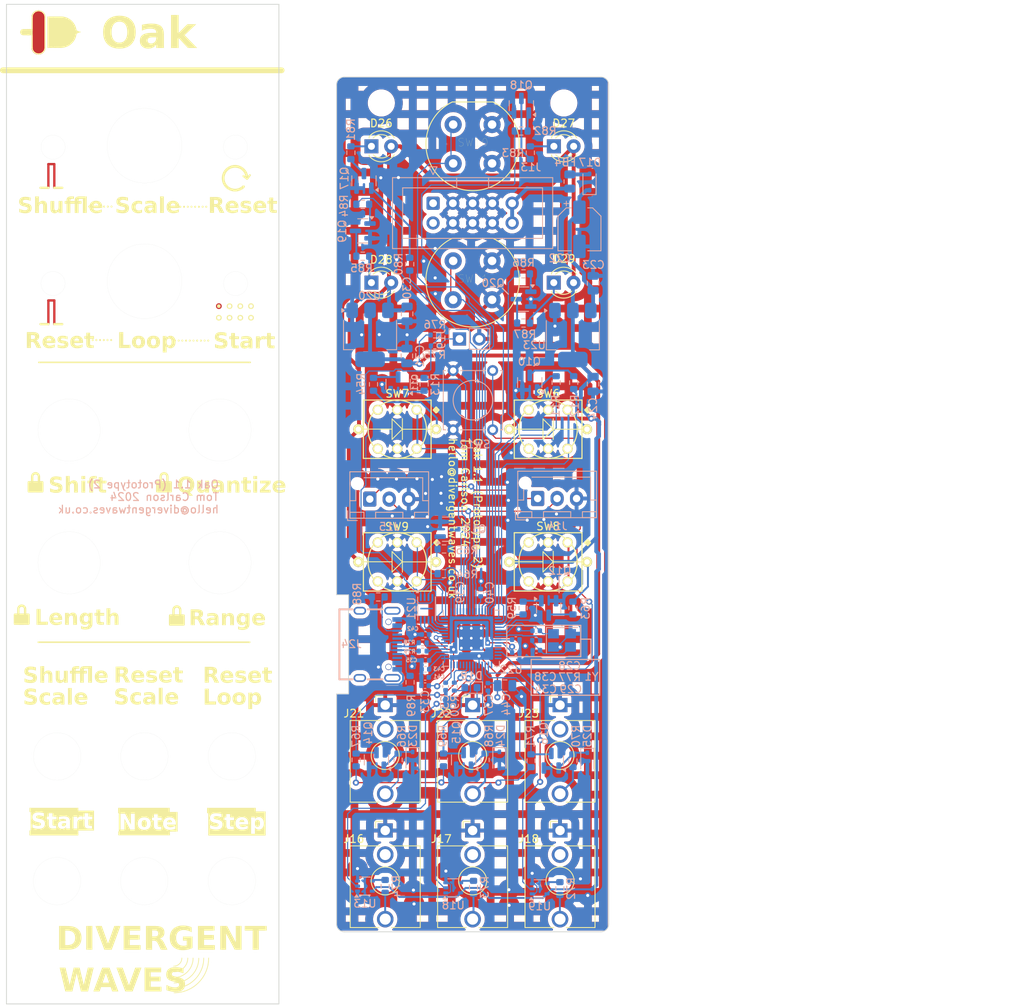
<source format=kicad_pcb>
(kicad_pcb (version 20240108) (generator "pcbnew") (generator_version "8.0")
  (layers (0 "F.Cu" signal) (31 "B.Cu" signal) (34 "B.Paste" user) (35 "F.Paste" user) (36 "B.SilkS" user "B.Silkscreen") (37 "F.SilkS" user "F.Silkscreen") (38 "B.Mask" user) (39 "F.Mask" user) (44 "Edge.Cuts" user))
  (net 0 "")
  (net 1 "+12V")
  (net 2 "Earth")
  (net 3 "+5V")
  (net 4 "+3.3V")
  (net 5 "LED_CLOCK")
  (net 6 "LED_SERIAL")
  (net 7 "/Oak Expander/XIN")
  (net 8 "Net-(C29-Pad1)")
  (net 9 "+1V1")
  (net 10 "Net-(D17-A)")
  (net 11 "Net-(D23-K)")
  (net 12 "Net-(D24-K)")
  (net 13 "Net-(D25-K)")
  (net 14 "Net-(D26-K)")
  (net 15 "Net-(D27-K)")
  (net 16 "Net-(D28-K)")
  (net 17 "Net-(D29-K)")
  (net 18 "Net-(J13-Pin_10)")
  (net 21 "Net-(J16-PadT)")
  (net 22 "Net-(J17-PadT)")
  (net 23 "Net-(J18-PadT)")
  (net 24 "/Oak Expander/~{USB_BOOT}")
  (net 25 "Net-(J21-PadT)")
  (net 26 "Net-(J22-PadT)")
  (net 27 "Net-(J23-PadT)")
  (net 28 "Net-(Q10-B)")
  (net 29 "Net-(Q10-C)")
  (net 30 "Net-(Q11-C)")
  (net 31 "Net-(Q11-B)")
  (net 32 "Net-(Q12-C)")
  (net 33 "Net-(Q12-B)")
  (net 34 "Net-(Q13-B)")
  (net 35 "Net-(Q13-C)")
  (net 36 "/Oak Expander/GPIO13")
  (net 37 "/Oak Expander/GPIO14")
  (net 38 "/Oak Expander/GPIO15")
  (net 39 "Net-(Q17-B)")
  (net 40 "Net-(Q17-C)")
  (net 41 "Net-(Q18-C)")
  (net 42 "Net-(Q18-B)")
  (net 43 "Net-(Q19-C)")
  (net 44 "Net-(Q19-B)")
  (net 45 "Net-(Q20-B)")
  (net 46 "Net-(Q20-C)")
  (net 47 "/Oak Expander/GPIO16")
  (net 48 "Net-(R12-Pad1)")
  (net 49 "/Oak Expander/GPIO17")
  (net 50 "Net-(R54-Pad1)")
  (net 51 "/Oak Expander/GPIO18")
  (net 52 "Net-(R63-Pad1)")
  (net 53 "/Oak Expander/GPIO19")
  (net 54 "Net-(R65-Pad1)")
  (net 55 "Net-(R72-Pad2)")
  (net 56 "Net-(R73-Pad2)")
  (net 57 "Net-(R74-Pad2)")
  (net 58 "/Oak Expander/QSPI_SS")
  (net 59 "/Oak Expander/XOUT")
  (net 60 "Net-(U22-USB_DP)")
  (net 61 "/Oak Expander/USB_D+")
  (net 62 "Net-(U22-USB_DM)")
  (net 63 "/Oak Expander/USB_D-")
  (net 64 "/Oak Expander/GPIO10")
  (net 65 "/Oak Expander/GPIO8")
  (net 66 "/Oak Expander/GPIO6")
  (net 69 "/Oak Expander/GPIO9")
  (net 71 "/Oak Expander/GPIO7")
  (net 75 "/Oak Expander/GPIO3")
  (net 78 "/Oak Expander/GPIO11")
  (net 79 "/Oak Expander/GPIO12")
  (net 80 "/Oak Expander/GPIO0")
  (net 81 "/Oak Expander/GPIO1")
  (net 82 "/Oak Expander/GPIO2")
  (net 83 "/Oak Expander/QSPI_SCLK")
  (net 84 "/Oak Expander/QSPI_SD3")
  (net 85 "/Oak Expander/QSPI_SD0")
  (net 86 "/Oak Expander/QSPI_SD2")
  (net 87 "/Oak Expander/QSPI_SD1")
  (net 88 "/Oak Expander/GPIO22")
  (net 89 "/Oak Expander/GPIO21")
  (net 90 "/Oak Expander/GPIO26_ADC0")
  (net 91 "/Oak Expander/GPIO28_ADC2")
  (net 92 "/Oak Expander/SWCLK")
  (net 93 "/Oak Expander/GPIO27_ADC1")
  (net 94 "/Oak Expander/SWD")
  (net 95 "/Oak Expander/GPIO29_ADC3")
  (net 96 "/Oak Expander/GPIO24")
  (net 97 "/Oak Expander/RUN")
  (net 98 "/Oak Expander/GPIO23")
  (net 99 "/Oak Expander/GPIO20")
  (net 100 "/Oak Expander/GPIO25")
  (net 102 "Net-(J24-CC1)")
  (net 103 "Net-(J24-CC2)")
  (net 105 "Net-(D18-A)")
  (footprint "RS:locked" (layer "F.Cu") (at 145.715 118.845318)
    (property "Reference" "G***" (hide yes))
    (property "Value" "LOGO" (hide yes))
  )
  (footprint "MountingHole:MountingHole_3mm" (layer "F.Cu") (at 153.255 53.0578)
    (property "Reference" "H1" (hide yes))
    (property "Value" "MountingHole" (hide yes))
  )
  (footprint "LED_THT:LED_D3.0mm" (layer "F.Cu") (at 194.1542 76.063)
    (property "Reference" "D29")
    (property "Value" "LED")
  )
  (footprint "RS:locked" (layer "F.Cu") (at 127.554 101.717)
    (property "Reference" "G***" (hide yes))
    (property "Value" "LOGO" (hide yes))
  )
  (footprint "RS:locked" (layer "F.Cu") (at 144.064 101.717)
    (property "Reference" "G***" (hide yes))
    (property "Value" "LOGO" (hide yes))
  )
  (footprint "LED_THT:LED_D3.0mm" (layer "F.Cu") (at 194.1688 58.5322)
    (property "Reference" "D27")
    (property "Value" "LED")
  )
  (footprint "Divergent:LP4OA1PBCT" (layer "F.Cu") (at 193.43 111.9678 180)
    (property "Reference" "SW8")
    (property "Value" "LP4OA1PBCT" (hide yes))
  )
  (footprint "Divergent:SW_D6R90_F1_LFS" (layer "F.Cu") (at 183.7261 75.763)
    (property "Reference" "SW11")
    (property "Value" "SW_MEC_5E")
  )
  (footprint "Divergent:LP4OA1PBCT" (layer "F.Cu") (at 174.04 94.9098 180)
    (property "Reference" "SW7")
    (property "Value" "LP4OA1PBCT")
  )
  (footprint "RS:locked" (layer "F.Cu") (at 125.776 118.735)
    (property "Reference" "G***" (hide yes))
    (property "Value" "LOGO" (hide yes))
  )
  (footprint "Divergent:SW_D6R90_F1_LFS" (layer "F.Cu") (at 183.7261 58.2322)
    (property "Reference" "SW10")
    (property "Value" "SW_MEC_5E")
  )
  (footprint "Divergent:LP4OA1PBCT" (layer "F.Cu") (at 193.43 94.9098 180)
    (property "Reference" "SW6")
    (property "Value" "LP4OA1PBCT")
  )
  (footprint "MountingHole:MountingHole_3mm" (layer "F.Cu") (at 129.8062 53.0578)
    (property "Reference" "H4" (hide yes))
    (property "Value" "MountingHole" (hide yes))
  )
  (footprint "Divergent:LP4OA1PBCT" (layer "F.Cu") (at 174.04 111.9678 180)
    (property "Reference" "SW9")
    (property "Value" "LP4OA1PBCT")
  )
  (footprint "LED_THT:LED_D3.0mm" (layer "F.Cu") (at 170.72 76.063)
    (property "Reference" "D28")
    (property "Value" "LED")
  )
  (footprint "Connector_Audio:Jack_3.5mm_QingPu_WQP-PJ398SM_Vertical_CircularHoles" (layer "F.Cu") (at 172.49465 146.5018)
    (property "Reference" "J16")
    (property "Value" "AudioJack2")
  )
  (footprint "Connector_Audio:Jack_3.5mm_QingPu_WQP-PJ398SM_Vertical_CircularHoles" (layer "F.Cu") (at 194.95755 130.3794)
    (property "Reference" "J23")
    (property "Value" "AudioJack2")
  )
  (footprint "MountingHole:MountingHole_3.2mm_M3" (layer "F.Cu") (at 153.208 165.8774 180)
    (property "Reference" "REF**" (hide yes))
    (property "Value" "MountingHole_3.2mm_M3")
  )
  (footprint "Connector_Audio:Jack_3.5mm_QingPu_WQP-PJ398SM_Vertical_CircularHoles" (layer "F.Cu") (at 194.95755 146.5018)
    (property "Reference" "J18")
    (property "Value" "AudioJack2")
  )
  (footprint "Connector_Audio:Jack_3.5mm_QingPu_WQP-PJ398SM_Vertical_CircularHoles" (layer "F.Cu") (at 183.7261 130.3794)
    (property "Reference" "J22")
    (property "Value" "AudioJack2")
  )
  (footprint "MountingHole:MountingHole_3.2mm_M3" (layer "F.Cu") (at 153.208 43.1954)
    (property "Reference" "REF**" (hide yes))
    (property "Value" "MountingHole_3.2mm_M3")
  )
  (footprint "LED_THT:LED_D3.0mm" (layer "F.Cu") (at 170.72 58.5322)
    (property "Reference" "D26")
    (property "Value" "LED")
  )
  (footprint "Connector_Audio:Jack_3.5mm_QingPu_WQP-PJ398SM_Vertical_CircularHoles" (layer "F.Cu") (at 172.49465 130.3794)
    (property "Reference" "J21")
    (property "Value" "AudioJack2")
  )
  (footprint "MountingHole:MountingHole_3mm" (layer "F.Cu") (at 195.4438 52.96)
    (property "Reference" "H3" (hide yes))
    (property "Value" "MountingHole" (hide yes))
  )
  (footprint "Connector_Audio:Jack_3.5mm_QingPu_WQP-PJ398SM_Vertical_CircularHoles" (layer "F.Cu") (at 183.7261 146.5018)
    (property "Reference" "J17")
    (property "Value" "AudioJack2")
  )
  (footprint "MountingHole:MountingHole_3mm" (layer "F.Cu") (at 171.995 52.96)
    (property "Reference" "H2" (hide yes))
    (property "Value" "MountingHole" (hide yes))
  )
  (footprint "Capacitor_SMD:C_0402_1005Metric" (layer "B.Cu") (at 189.276 123.6118)
    (property "Reference" "C34")
    (property "Value" "100n")
  )
  (footprint "Package_TO_SOT_SMD:SOT-353_SC-70-5" (layer "B.Cu") (at 169.8854 153.6498)
    (property "Reference" "U13")
    (property "Value" "74AHCT1G125")
  )
  (footprint "Resistor_SMD:R_0603_1608Metric" (layer "B.Cu") (at 170.988 89.1331 90)
    (property "Reference" "R54")
    (property "Value" "200R")
  )
  (footprint "Resistor_SMD:R_0603_1608Metric" (layer "B.Cu") (at 196.7136 88.9154 90)
    (property "Reference" "R12")
    (property "Value" "200R")
  )
  (footprint "Capacitor_SMD:C_0402_1005Metric" (layer "B.Cu") (at 177.663 125.7738 180)
    (property "Reference" "C43")
    (property "Value" "100n")
  )
  (footprint "Capacitor_SMD:C_0402_1005Metric" (layer "B.Cu") (at 177.6682 121.3004 180)
    (property "Reference" "C42")
    (property "Value" "100n")
  )
  (footprint "Resistor_SMD:R_0603_1608Metric" (layer "B.Cu") (at 174.154066 137.4294 -90)
    (property "Reference" "R66")
    (property "Value" "100k")
  )
  (footprint "Capacitor_SMD:C_0402_1005Metric" (layer "B.Cu") (at 191.9176 123.3324 180)
    (property "Reference" "C29")
    (property "Value" "15p")
  )
  (footprint "Diode_SMD:D_SOD-323" (layer "B.Cu") (at 176.0172 137.4519 -90)
    (property "Reference" "D23")
    (property "Value" "1N4148")
  )
  (footprint "Package_TO_SOT_SMD:SOT-23" (layer "B.Cu") (at 193.5037 117.8968 -90)
    (property "Reference" "Q12")
    (property "Value" "MMBT3904")
  )
  (footprint "Package_TO_SOT_SMD:SOT-23" (layer "B.Cu") (at 189.9925 53.31 90)
    (property "Reference" "Q18")
    (property "Value" "MMBT3904")
  )
  (footprint "Capacitor_SMD:C_0805_2012Metric" (layer "B.Cu") (at 187.879 127.879)
    (property "Reference" "C44")
    (property "Value" "10u")
  )
  (footprint "Capacitor_SMD:CP_Elec_5x5.4" (layer "B.Cu") (at 197.4548 69.205 -90)
    (property "Reference" "C22")
    (property "Value" "47u")
  )
  (footprint "Package_TO_SOT_SMD:SOT-23" (layer "B.Cu") (at 182.567333 137.4237 90)
    (property "Reference" "Q15")
    (property "Value" "MMBT3904")
  )
  (footprint "Raspberry Pi:RP2040-QFN-56" (layer "B.Cu") (at 183.556 121.778 -90)
    (property "Reference" "U22")
    (property "Value" "RP2040")
  )
  (footprint "Resistor_SMD:R_0603_1608Metric" (layer "B.Cu") (at 175.64 73.69 -90)
    (property "Reference" "R80")
    (property "Value" "100k")
  )
  (footprint "Package_TO_SOT_SMD:SOT-23" (layer "B.Cu") (at 180.4899 107.7622)
    (property "Reference" "Q13")
    (property "Value" "MMBT3904")
  )
  (footprint "Crystal:Crystal_SMD_3225-4Pin_3.2x2.5mm" (layer "B.Cu") (at 195.2078 122.0546)
    (property "Reference" "Y1")
    (property "Value" "ABM8-272-T3")
  )
  (footprint "Resistor_SMD:R_0402_1005Metric" (layer "B.Cu") (at 177.3106 122.3672)
    (property "Reference" "R78")
    (property "Value" "27")
  )
  (footprint "Resistor_SMD:R_0603_1608Metric" (layer "B.Cu") (at 168.08 59.36 -90)
    (property "Reference" "R81")
    (property "Value" "200R")
  )
  (footprint "Resistor_SMD:R_0603_1608Metric" (layer "B.Cu") (at 179.9796 137.4237 90)
    (property "Reference" "R69")
    (property "Value" "10k")
  )
  (footprint "Diode_SMD:D_SOD-323" (layer "B.Cu") (at 198.4708 137.5535 -90)
    (property "Reference" "D25")
    (property "Value" "1N4148")
  )
  (footprint "Resistor_SMD:R_0603_1608Metric" (layer "B.Cu") (at 190.2666 74.9327 180)
    (property "Reference" "R86")
    (property "Value" "100k")
  )
  (footprint "Resistor_SMD:R_0603_1608Metric" (layer "B.Cu") (at 191.2318 137.531 90)
    (property "Reference" "R71")
    (property "Value" "10k")
  )
  (footprint "Resistor_SMD:R_0805_2012Metric" (layer "B.Cu") (at 196.2102 63.0582 -90)
    (property "Reference" "FB4")
    (property "Value" "FerriteBead_Small")
  )
  (footprint "Resistor_SMD:R_0402_1005Metric" (layer "B.Cu") (at 181.3766 128.006 90)
    (property "Reference" "R90")
    (property "Value" "220R")
  )
  (footprint "Resistor_SMD:R_0603_1608Metric" (layer "B.Cu") (at 177.4904 89.1331 90)
    (property "Reference" "R13")
    (property "Value" "100k")
  )
  (footprint "Resistor_SMD:R_0603_1608Metric" (layer "B.Cu") (at 196.616132 137.531 -90)
    (property "Reference" "R70")
    (property "Value" "100k")
  )
  (footprint "Capacitor_SMD:C_0402_1005Metric" (layer "B.Cu") (at 177.6174 126.8122 180)
    (property "Reference" "C41")
    (property "Value" "100n")
  )
  (footprint "Package_TO_SOT_SMD:SOT-23" (layer "B.Cu") (at 193.836466 137.531 90)
    (property "Reference" "Q16")
    (property "Value" "MMBT3904")
  )
  (footprint "Resistor_SMD:R_0603_1608Metric" (layer "B.Cu") (at 196.6166 117.8968 -90)
    (property "Reference" "R63")
    (property "Value" "200R")
  )
  (footprint "Capacitor_SMD:C_0402_1005Metric" (layer "B.Cu") (at 185.6946 128.0314 -90)
    (property "Reference" "C37")
    (property "Value" "1u")
  )
  (footprint "Resistor_SMD:R_0603_1608Metric" (layer "B.Cu") (at 190.2666 81.2573 180)
    (property "Reference" "R87")
    (property "Value" "200R")
  )
  (footprint "Package_TO_SOT_SMD:SOT-223-3_TabPin2" (layer "B.Cu") (at 196.6052 82.7944 -90)
    (property "Reference" "U23")
    (property "Value" "NCP1117-5.0_SOT223")
  )
  (footprint "Capacitor_SMD:C_0402_1005Metric" (layer "B.Cu") (at 177.665 124.6308 180)
    (property "Reference" "C35")
    (property "Value" "1u")
  )
  (footprint "Connector_JST:JST_XH_B3B-XH-AM_1x03_P2.50mm_Vertical" (layer "B.Cu") (at 170.5092 103.893)
    (property "Reference" "J15")
    (property "Value" "Conn_01x03")
  )
  (footprint "Capacitor_SMD:C_0402_1005Metric" (layer "B.Cu") (at 191.8922 120.8178 180)
    (property "Reference" "C28")
    (property "Value" "15p")
  )
  (footprint "Capacitor_SMD:C_0805_2012Metric" (layer "B.Cu") (at 175.306 80.0762 -90)
    (property "Reference" "C30")
    (property "Value" "10u")
  )
  (footprint "Resistor_SMD:R_0603_1608Metric" (layer "B.Cu") (at 169.6042 72.6608 180)
    (property "Reference" "R85")
    (property "Value" "200R")
  )
  (footprint "Capacitor_SMD:C_0805_2012Metric" (layer "B.Cu") (at 199.2074 89.1034 -90)
    (property "Reference" "C24")
    (property "Value" "10u")
  )
  (footprint "Connector_PinHeader_2.54mm:PinHeader_1x02_P2.54mm_Vertical" (layer "B.Cu") (at 182.037 83.302 -90)
    (property "Reference" "J19")
    (property "Value" "Conn_01x02")
  )
  (footprint "Button_Switch_THT:SW_Tactile_Straight_KSA0Axx1LFTR" (layer "B.Cu") (at 181.2242 87.366 -90)
    (property "Reference" "SW12")
    (property "Value" "SW_Push")
  )
  (footprint "Package_SON:Winbond_USON-8-1EP_3x2mm_P0.5mm_EP0.2x1.6mm" (layer "B.Cu") (at 177.8086 117.9704 -90)
    (property "Reference" "U21")
    (property "Value" "W25Q32JVSS")
  )
  (footprint "Resistor_SMD:R_0603_1608Metric" (layer "B.Cu") (at 172.4866 153.6854 90)
    (property "Reference" "R74")
    (property "Value" "1k")
  )
  (footprint "Package_TO_SOT_SMD:SOT-23" (layer "B.Cu") (at 190.2666 78.1825 180)
    (property "Reference" "Q20")
    (property "Value" "MMBT3904")
  )
  (footprint "Package_TO_SOT_SMD:SOT-23" (layer "B.Cu") (at 174.1517 89.1331 90)
    (property "Reference" "Q11")
    (property "Value" "MMBT3904")
  )
  (footprint "Package_TO_SOT_SMD:SOT-353_SC-70-5" (layer "B.Cu") (at 192.3392 154.0006)
    (property "Reference" "U19")
    (property "Value" "74AHCT1G125")
  )
  (footprint "Capacitor_SMD:C_0402_1005Metric" (layer "B.Cu") (at 189.276 121.9608)
    (property "Reference" "C38")
    (property "Value" "100n")
  )
  (footprint "Capacitor_SMD:C_0805_2012Metric" (layer "B.Cu") (at 175.2806 85.4864 90)
    (property "Reference" "C31")
    (property "Value" "10u")
  )
  (footprint "Connector_IDC:IDC-Header_2x05_P2.54mm_Vertical" (layer "B.Cu") (at 178.6461 65.8522 -90)
    (property "Reference" "J13")
    (property "Value" "Conn_02x05_Odd_Even")
  )
  (footprint "LED_SMD:LED_0603_1608Metric" (layer "B.Cu") (at 183.5102 128.133 180)
    (property "Reference" "D18")
    (property "Value" "LED")
  )
  (footprint "Resistor_SMD:R_0603_1608Metric" (layer "B.Cu") (at 194.9404 153.965 90)
    (property "Reference" "R72")
    (property "Value" "1k")
  )
  (footprint "Resistor_SMD:R_0603_1608Metric" (layer "B.Cu") (at 180.0558 113.4772)
    (property "Reference" "R64")
    (property "Value" "100k")
  )
  (footprint "Resistor_SMD:R_0603_1608Metric" (layer "B.Cu") (at 185.330066 137.4237 -90)
    (property "Reference" "R68")
    (property "Value" "100k")
  )
  (footprint "Resistor_SMD:R_0603_1608Metric" (layer "B.Cu") (at 175.687 127.4472 -90)
    (property "Reference" "R89")
    (property "Value" "5.1k")
  )
  (footprint "Resistor_SMD:R_0603_1608Metric" (layer "B.Cu") (at 169.6042 65.9806 180)
    (property "Reference" "R84")
    (property "Value" "100k")
  )
  (footprint "Package_TO_SOT_SMD:SOT-353_SC-70-5" (layer "B.Cu") (at 181.2344 153.8736)
    (property "Reference" "U18")
    (property "Value" "74AHCT1G125")
  )
  (footprint "Capacitor_SMD:C_0402_1005Metric" (layer "B.Cu") (at 180.9702 115.8648 90)
    (property "Reference" "C39")
    (property "Value" "100n")
  )
  (footprint "Resistor_SMD:R_0603_1608Metric" (layer "B.Cu") (at 191.14 59.36 -90)
    (property "Reference" "R83")
    (property "Value" "200R")
  )
  (footprint "Package_TO_SOT_SMD:SOT-23" (layer "B.Cu") (at 169.6042 69.4082 180)
    (property "Reference" "Q19")
    (property "Value" "MMBT3904")
  )
  (footprint "Diode_SMD:D_SOD-323" (layer "B.Cu") (at 198.7502 63.1258 90)
    (property "Reference" "D17")
    (property "Value" "D_Schottky")
  )
  (footprint "Divergent:USB-C-SMD_G-SWITCH_GT-USB-9010AB" (layer "B.Cu") (at 171.636 122.5704 90)
    (property "Reference" "J24")
    (property "Value" "USB_C_Receptacle_USB2.0_16P")
  )
  (footprint "Resistor_SMD:R_0603_1608Metric" (layer "B.Cu") (at 168.7528 137.4294 90)
    (property "Reference" "R67")
    (property "Value" "10k")
  )
  (footprint "Capacitor_SMD:C_0402_1005Metric" (layer "B.Cu") (at 184.7548 115.9156 90)
    (property "Reference" "C40")
    (property "Value" "100n")
  )
  (footprint "Resistor_SMD:R_0402_1005Metric" (layer "B.Cu") (at 191.8922 122.0624 180)
    (property "Reference" "R77")
    (property "Value" "1k")
  )
  (footprint "Resistor_SMD:R_0603_1608Metric" (layer "B.Cu") (at 190.2158 117.8968 -90)
    (property "Reference" "R59")
    (property "Value" "100k")
  )
  (footprint "Resistor_SMD:R_0603_1608Metric" (layer "B.Cu") (at 183.8404 153.8002 90)
    (property "Reference" "R73")
    (property "Value" "1k")
  )
  (footprint "Resistor_SMD:R_0603_1608Metric" (layer "B.Cu") (at 189.97 56.57 180)
    (property "Reference" "R82")
    (property "Value" "100k")
  )
  (footprint "Capacitor_SMD:C_0402_1005Metric" (layer "B.Cu") (at 180.259 127.9806 -90)
    (property "Reference" "C36")
    (property "Value" "100n")
  )
  (footprint "Resistor_SMD:R_0402_1005Metric" (layer "B.Cu") (at 177.3146 123.434)
    (property "Reference" "R79")
    (property "Value" "27")
  )
  (footprint "Package_TO_SOT_SMD:SOT-23" (layer "B.Cu") (at 191.0681 88.9154 90)
    (property "Reference" "Q10")
    (property "Value" "MMBT3904")
  )
  (footprint "Diode_SMD:D_SOD-323" (layer "B.Cu") (at 187.1678 137.4462 -90)
    (property "Reference" "D24")
    (property "Value" "1N4148")
  )
  (footprint "Capacitor_SMD:C_0805_2012Metric" (layer "B.Cu") (at 199.2074 76.1392 90)
    (property "Reference" "C23")
    (property "Value" "10u")
  )
  (footprint "Resistor_SMD:R_0603_1608Metric" (layer "B.Cu") (at 180.0558 110.3022)
    (property "Reference" "R65")
    (property "Value" "200R")
  )
  (footprint "Package_TO_SOT_SMD:SOT-23" (layer "B.Cu") (at 171.365933 137.4294 90)
    (property "Reference" "Q14")
    (property "Value" "MMBT3904")
  )
  (footprint "Connector_JST:JST_XH_B3B-XH-AM_1x03_P2.50mm_Vertical" (layer "B.Cu") (at 192.0846 103.8168)
    (property "Reference" "J14")
    (property "Value" "Conn_01x03")
  )
  (footprint "Resistor_SMD:R_0603_1608Metric" (layer "B.Cu") (at 194.46335 88.9154 -90)
    (property "Reference" "R11")
    (property "Value" "100k")
  )
  (footprint "Resistor_SMD:R_0603_1608Metric" (layer "B.Cu") (at 171.5976 116.4744 180)
    (property "Reference" "R88")
    (property "Value" "5.1k")
  )
  (footprint "Resistor_SMD:R_0402_1005Metric" (layer "B.Cu") (at 178.864 84.191)
    (property "Reference" "R75")
    (property "Value" "1k")
  )
  (footprint "Capacitor_SMD:C_0402_1005Metric" (layer "B.Cu") (at 177.6174 127.882 180)
    (property "Reference" "C33")
    (property "Value" "100n")
  )
  (footprint "Resistor_SMD:R_0402_1005Metric" (layer "B.Cu") (at 178.8386 82.794)
    (property "Reference" "R76")
    (property "Value" "DNF")
  )
  (footprint "Package_TO_SOT_SMD:SOT-223-3_TabPin2" (layer "B.Cu") (at 170.5448 82.769 -90)
    (property "Reference" "U20")
    (property "Value" "NCP1117-3.3_SOT223")
  )
  (footprint "Package_TO_SOT_SMD:SOT-23" (layer "B.Cu") (at 169.76 62.97 90)
    (property "Reference" "Q17")
    (property "Value" "MMBT3904")
  )
  (gr_line (start 129.205 63.871) (end 129.205 60.823) (stroke (width 0.3)) (layer "F.Cu"))
  (gr_line (start 129.967 60.823) (end 129.967 63.871) (stroke (width 0.3)) (layer "F.Cu"))
  (gr_line (start 129.967 78.349) (end 129.967 81.397) (stroke (width 0.3)) (layer "F.Cu"))
  (gr_line (start 129.205 81.397) (end 129.205 78.349) (stroke (width 0.3)) (layer "F.Cu"))
  (gr_line (start 129.205 78.349) (end 129.967 78.349) (stroke (width 0.3)) (layer "F.Cu"))
  (gr_circle (center 151.114911 79.085216) (end 151.114911 78.789432) (stroke (width 0.15)) (fill none) (layer "F.Cu"))
  (gr_line (start 129.205 60.823) (end 129.967 60.823) (stroke (width 0.3)) (layer "F.Cu"))
  (gr_line (start 127.935 41.9508) (end 127.935 45.837) (stroke (width 1.8) (type dash)) (layer "F.Cu"))
  (gr_line (start 188.113 120.131) (end 188.113 124.151) (stroke (width 0.15)) (layer "B.SilkS"))
  (gr_line (start 194.843 113.841) (end 194.843 115.931) (stroke (width 0.15)) (layer "B.SilkS"))
  (gr_line (start 198.923 124.431) (end 198.923 121.901) (stroke (width 0.15)) (layer "B.SilkS"))
  (gr_line (start 200.053 129.111) (end 200.053 124.511) (stroke (width 0.15)) (layer "B.SilkS"))
  (gr_line (start 188.113 124.151) (end 197.623 124.151) (stroke (width 0.15)) (layer "B.SilkS"))
  (gr_line (start 200.033 124.511) (end 191.253 124.511) (stroke (width 0.15)) (layer "B.SilkS"))
  (gr_line (start 191.253 124.511) (end 191.253 129.111) (stroke (width 0.15)) (layer "B.SilkS"))
  (gr_line (start 191.253 129.111) (end 200.053 129.111) (stroke (width 0.15)) (layer "B.SilkS"))
  (gr_line (start 197.623 124.151) (end 197.623 120.131) (stroke (width 0.15)) (layer "B.SilkS"))
  (gr_line (start 198.923 121.901) (end 197.603 121.901) (stroke (width 0.15)) (layer "B.SilkS"))
  (gr_line (start 187.54 76.77) (end 188.31 77.54) (stroke (width 0.15)) (layer "B.SilkS"))
  (gr_line (start 197.623 120.131) (end 188.113 120.131) (stroke (width 0.15)) (layer "B.SilkS"))
  (gr_line (start 126.523 43.531) (end 127.103 43.531) (stroke (width 0.15)) (layer "F.SilkS"))
  (gr_circle (center 155.244784 79.085216) (end 155.035633 79.294367) (stroke (width 0.15)) (fill none) (layer "F.SilkS"))
  (gr_line (start 132.953 43.841) (end 132.753 43.841) (stroke (width 0.15)) (layer "F.SilkS"))
  (gr_line (start 132.213 44.611) (end 132.213 43.081) (stroke (width 0.8)) (layer "F.SilkS"))
  (gr_line (start 129.513 45.461) (end 129.513 42.2472) (stroke (width 0.8)) (layer "F.SilkS"))
  (gr_line (start 128.189 81.397) (end 129.205 81.397) (stroke (width 0.3)) (layer "F.SilkS"))
  (gr_arc (start 130.816614 41.911414) (mid 132.761 43.8558) (end 130.816614 45.800186) (stroke (width 0.15)) (layer "F.SilkS"))
  (gr_circle (center 153.868159 80.575216) (end 153.659008 80.784367) (stroke (width 0.15)) (fill none) (layer "F.SilkS"))
  (gr_line (start 128.783 41.935386) (end 128.783 45.824972) (stroke (width 0.15)) (layer "F.SilkS"))
  (gr_line (start 131.533 45.271) (end 131.533 42.441) (stroke (width 0.8)) (layer "F.SilkS"))
  (gr_line (start 129.967 81.397) (end 130.983 81.397) (stroke (width 0.3)) (layer "F.SilkS"))
  (gr_line (start 131.093 45.431) (end 131.093 42.291) (stroke (width 0.8)) (layer "F.SilkS"))
  (gr_circle (center 153.868159 79.085216) (end 153.659008 79.294367) (stroke (width 0.15)) (fill none) (layer "F.SilkS"))
  (gr_line (start 127.003 44.151) (end 127.003 43.571) (stroke (width 0.15)) (layer "F.SilkS"))
  (gr_line (start 154.277482 62.354597) (end 154.723 62.701) (stroke (width 0.25)) (layer "F.SilkS"))
  (gr_line (start 129.1542 41.911414) (end 129.1542 45.801) (stroke (width 0.15)) (layer "F.SilkS"))
  (gr_arc (start 149.170724 162.908844) (mid 148.033662 165.653912) (end 145.288594 166.790974) (stroke (width 0.1)) (layer "F.SilkS"))
  (gr_line (start 123.363 48.758) (end 159.1716 48.758) (stroke (width 0.75)) (layer "F.SilkS"))
  (gr_arc (start 154.278461 63.718414) (mid 151.783002 62.051) (end 154.726597 62.636518) (stroke (width 0.35)) (layer "F.SilkS"))
  (gr_arc (start 146.355703 162.908844) (mid 146.050581 163.645431) (end 145.313994 163.950553) (stroke (width 0.1)) (layer "F.SilkS"))
  (gr_line (start 127.114228 41.935386) (end 127.114228 45.824972) (stroke (width 0.15)) (layer "F.SilkS"))
  (gr_arc (start 147.120336 162.908844) (mid 146.606137 164.150187) (end 145.364794 164.664386) (stroke (width 0.1)) (layer "F.SilkS"))
  (gr_line (start 128.189 63.871) (end 129.205 63.871) (stroke (width 0.3)) (layer "F.SilkS"))
  (gr_line (start 131.913 45.001) (end 131.913 42.711) (stroke (width 0.8)) (layer "F.SilkS"))
  (gr_arc (start 148.52993 162.92438) (mid 147.6 165.16945) (end 145.35493 166.09938) (stroke (width 0.1)) (layer "F.SilkS"))
  (gr_circle (center 151.103 79.081) (end 151.203 79.081) (stroke (width 0.25)) (fill solid) (layer "F.SilkS"))
  (gr_line (start 126.533 44.181) (end 127.113 44.181) (stroke (width 0.15)) (layer "F.SilkS"))
  (gr_line (start 154.759798 62.693759) (end 155.106201 62.248241) (stroke (width 0.25)) (layer "F.SilkS"))
  (gr_line (start 129.1542 45.801) (end 130.816614 45.801) (stroke (width 0.15)) (layer "F.SilkS"))
  (gr_line (start 127.973 86.311) (end 155.153 86.311) (stroke (width 0.2)) (layer "F.SilkS"))
  (gr_arc (start 128.783 45.824972) (mid 127.948614 46.659358) (end 127.114228 45.824972) (stroke (width 0.15)) (layer "F.SilkS"))
  (gr_arc (start 127.114228 41.935386) (mid 127.948614 41.101) (end 128.783 41.935386) (stroke (width 0.15)) (layer "F.SilkS"))
  (gr_line (start 130.816614 41.911414) (end 129.1542 41.911414) (stroke (width 0.15)) (layer "F.SilkS"))
  (gr_line (start 129.967 63.871) (end 130.983 63.871) (stroke (width 0.3)) (layer "F.SilkS"))
  (gr_line (start 127.903 122.291) (end 155.083 122.291) (stroke (width 0.2)) (layer "F.SilkS"))
  (gr_circle (center 152.491535 79.085216) (end 152.282384 79.294367) (stroke (width 0.15)) (fill none) (layer "F.SilkS"))
  (gr_circle (center 152.491535 80.575216) (end 152.282384 80.784367) (stroke (width 0.15)) (fill none) (layer "F.SilkS"))
  (gr_arc (start 133.242722 43.837281) (mid 132.793 43.651) (end 132.606719 43.201278) (stroke (width 0.15)) (layer "F.SilkS"))
  (gr_line (start 126.533 43.621) (end 127.113 43.621) (stroke (width 0.15)) (layer "F.SilkS"))
  (gr_line (start 125.9792 43.8558) (end 126.633 43.8558) (stroke (width 0.8)) (layer "F.SilkS"))
  (gr_line (start 130.693 45.471) (end 130.693 42.2572) (stroke (width 0.8)) (layer "F.SilkS"))
  (gr_arc (start 132.616719 44.470722) (mid 132.803 44.021) (end 133.252722 43.834719) (stroke (width 0.15)) (layer "F.SilkS"))
  (gr_line (start 132.323 44.321) (end 132.323 43.321) (stroke (width 0.8)) (layer "F.SilkS"))
  (gr_circle (center 155.244784 80.575216) (end 155.035633 80.784367) (stroke (width 0.15)) (fill none) (layer "F.SilkS"))
  (gr_line (start 130.123 45.471) (end 130.123 42.2572) (stroke (width 0.8)) (layer "F.SilkS"))
  (gr_circle (center 151.114911 80.575216) (end 150.90576 80.784367) (stroke (width 0.15)) (fill none) (layer "F.SilkS"))
  (gr_arc (start 147.803322 162.908844) (mid 147.066762 164.687012) (end 145.288594 165.423572) (stroke (width 0.1)) (layer "F.SilkS"))
  (gr_arc (start 149.799855 162.898612) (mid 148.507123 166.058352) (end 145.35493 167.36938) (stroke (width 0.1)) (layer "F.SilkS"))
  (gr_circle (center 153.258266 76.18) (end 153.258266 74.63) (stroke (width 0.01)) (fill none) (layer "Edge.Cuts"))
  (gr_circle (center 141.54 136.97) (end 144.59 136.97) (stroke (width 0.01)) (fill none) (layer "Edge.Cuts"))
  (gr_line (start 166.2382 158.5274) (end 166.2382 128.9458) (stroke (width 0.1)) (layer "Edge.Cuts"))
  (gr_line (start 158.8268 40.2744) (end 158.8268 168.7984) (stroke (width 0.1)) (layer "Edge.Cuts"))
  (gr_line (start 167.7876 116.195) (end 167.7876 128.9458) (stroke (width 0.1)) (layer "Edge.Cuts"))
  (gr_circle (center 141.56 75.88) (end 146.36 75.88) (stroke (width 0.01)) (fill none) (layer "Edge.Cuts"))
  (gr_line (start 167.7876 128.9458) (end 166.2382 128.9458) (stroke (width 0.1)) (layer "Edge.Cuts"))
  (gr_line (start 200.214 159.5274) (end 167.2382 159.5274) (stroke (width 0.1)) (layer "Edge.Cuts"))
  (gr_circle (center 151.259066 95.018) (end 155.259066 95.018) (stroke (width 0.01)) (fill none) (layer "Edge.Cuts"))
  (gr_circle (center 151.259066 112.076) (end 155.259066 112.076) (stroke (width 0.01)) (fill none) (layer "Edge.Cuts"))
  (gr_circle (center 131.869066 95.018) (end 135.869066 95.018) (stroke (width 0.01)) (fill none) (layer "Edge.Cuts"))
  (gr_circle (center 152.79 153.01) (end 155.84 153.01) (stroke (width 0.01)) (fill none) (layer "Edge.Cuts"))
  (gr_arc (start 167.2382 159.5274) (mid 166.531093 159.234507) (end 166.2382 158.5274) (stroke (width 0.1)) (layer "Edge.Cuts"))
  (gr_line (start 123.8202 40.2744) (end 123.8202 168.7984) (stroke (width 0.1)) (layer "Edge.Cuts"))
  (gr_circle (center 130.34 136.98) (end 133.39 136.98) (stroke (width 0.01)) (fill none) (layer "Edge.Cuts"))
  (gr_circle (center 131.869066 112.076) (end 135.869066 112.076) (stroke (width 0.01)) (fill none) (layer "Edge.Cuts"))
  (gr_arc (start 201.214 158.5274) (mid 200.921107 159.234507) (end 200.214 159.5274) (stroke (width 0.1)) (layer "Edge.Cuts"))
  (gr_line (start 167.2382 49.6216) (end 200.214 49.6216) (stroke (width 0.1)) (layer "Edge.Cuts"))
  (gr_circle (center 152.79 136.97) (end 155.84 136.97) (stroke (width 0.01)) (fill none) (layer "Edge.Cuts"))
  (gr_line (start 166.2382 116.195) (end 166.2382 50.6216) (stroke (width 0.1)) (layer "Edge.Cuts"))
  (gr_line (start 158.8268 40.2744) (end 123.8268 40.2744) (stroke (width 0.1)) (layer "Edge.Cuts"))
  (gr_circle (center 129.8 76.17) (end 129.8 74.62) (stroke (width 0.01)) (fill none) (layer "Edge.Cuts"))
  (gr_arc (start 200.214 49.6216) (mid 200.921107 49.914493) (end 201.214 50.6216) (stroke (width 0.1)) (layer "Edge.Cuts"))
  (gr_circle (center 141.524 153.01) (end 144.574 153.01) (stroke (width 0.01)) (fill none) (layer "Edge.Cuts"))
  (gr_line (start 123.8214 168.7984) (end 158.8214 168.7984) (stroke (width 0.1)) (layer "Edge.Cuts"))
  (gr_line (start 166.2382 116.195) (end 167.7876 116.195) (stroke (width 0.1)) (layer "Edge.Cuts"))
  (gr_circle (center 153.24 58.63) (end 153.24 57.08) (stroke (width 0.01)) (fill none) (layer "Edge.Cuts"))
  (gr_line (start 201.214 158.5274) (end 201.214 50.6216) (stroke (width 0.1)) (layer "Edge.Cuts"))
  (gr_circle (center 130.32 153.01) (end 133.37 153.01) (stroke (width 0.01)) (fill none) (layer "Edge.Cuts"))
  (gr_arc (start 166.2382 50.6216) (mid 166.531093 49.914493) (end 167.2382 49.6216) (stroke (width 0.1)) (layer "Edge.Cuts"))
  (gr_circle (center 141.56 58.45) (end 146.36 58.45) (stroke (width 0.01)) (fill none) (layer "Edge.Cuts"))
  (gr_circle (center 129.81 58.64) (end 129.81 57.09) (stroke (width 0.01)) (fill none) (layer "Edge.Cuts"))
  (gr_text "Oak 1.1 (Prototype 2)\nTom Carlson 2024\nhello@divergentwaves.co.uk" (at 151.203 103.611 0) (layer "B.SilkS") (effects (font (size 1 1)) (justify left mirror)))
  (gr_text "Reset" (at 149.043 127.841 0) (layer "F.SilkS") (effects (font (size 2 2) (thickness 0.4) (bold yes)) (justify left bottom)))
  (gr_text "Step" (at 149.773 146.691 0) (layer "F.SilkS" knockout) (effects (font (size 2 2) (thickness 0.4) (bold yes)) (justify left bottom)))
  (gr_text "......." (at 134.083 83.621 0) (layer "F.SilkS") (effects (font (size 1 1)) (justify left bottom)))
  (gr_text "Start" (at 150.403 84.841 0) (layer "F.SilkS") (effects (font (size 2 2) (thickness 0.4) (bold yes)) (justify left bottom)))
  (gr_text "Shift" (at 129.205 103.3934 0) (layer "F.SilkS") (effects (font (size 2 2) (thickness 0.4) (bold yes)) (justify left bottom)))
  (gr_text "Length" (at 127.427 120.4 0) (layer "F.SilkS") (effects (font (size 2 2) (thickness 0.4) (bold yes)) (justify left bottom)))
  (gr_text "Scale" (at 137.753 67.441 0) (layer "F.SilkS") (effects (font (size 2 2) (thickness 0.4) (bold yes)) (justify left bottom)))
  (gr_text "Shuffle" (at 125.243 67.441 0) (layer "F.SilkS") (effects (font (size 2 2) (thickness 0.4) (bold yes)) (justify left bottom)))
  (gr_text "Note" (at 138.223 146.721 0) (layer "F.SilkS" knockout) (effects (font (size 2 2) (thickness 0.4) (bold yes)) (justify left bottom)))
  (gr_text "Loop" (at 149.043 130.651 0) (layer "F.SilkS") (effects (font (size 2 2) (thickness 0.4) (bold yes)) (justify left bottom)))
  (gr_text "Reset" (at 137.593 127.811 0) (layer "F.SilkS") (effects (font (size 2 2) (thickness 0.4) (bold yes)) (justify left bottom)))
  (gr_text "Reset" (at 126.183 84.801 0) (layer "F.SilkS") (effects (font (size 2 2) (thickness 0.4) (bold yes)) (justify left bottom)))
  (gr_text "......." (at 134.123 66.461 0) (layer "F.SilkS") (effects (font (size 1 1)) (justify left bottom)))
  (gr_text "Oak" (at 135.957973 46.5736 0) (layer "F.SilkS") (effects (font (size 4 4) (thickness 0.3) (bold yes)) (justify left bottom)))
  (gr_text "Range" (at 147.239 120.4514 0) (layer "F.SilkS") (effects (font (size 2 2) (thickness 0.4) (bold yes)) (justify left bottom)))
  (gr_text "Loop" (at 138.043 84.801 0) (layer "F.SilkS") (effects (font (size 2 2) (thickness 0.4) (bold yes)) (justify left bottom)))
  (gr_text "WAVES" (at 130.52795 167.7062 0) (layer "F.SilkS") (effects (font (size 3 3) (thickness 0.6) (bold yes)) (justify left bottom)))
  (gr_text "Scale" (at 137.593 130.621 0) (layer "F.SilkS") (effects (font (size 2 2) (thickness 0.4) (bold yes)) (justify left bottom)))
  (gr_text "Start" (at 126.953 146.591 0) (layer "F.SilkS" knockout) (effects (font (size 2 2) (thickness 0.4) (bold yes)) (justify left bottom)))
  (gr_text "Reset" (at 149.71 67.43 0) (layer "F.SilkS") (effects (font (size 2 2) (thickness 0.4) (bold yes)) (justify left bottom)))
  (gr_text ".........." (at 145.133 83.691 0) (layer "F.SilkS") (effects (font (size 1 1)) (justify left bottom)))
  (gr_text "Scale" (at 125.923 130.651 0) (layer "F.SilkS") (effects (font (size 2 2) (thickness 0.4) (bold yes)) (justify left bottom)))
  (gr_text "Quantize" (at 145.715 103.3934 0) (layer "F.SilkS") (effects (font (size 2 2) (thickness 0.4) (bold yes)) (justify left bottom)))
  (gr_text "Shuffle" (at 125.923 127.841 0) (layer "F.SilkS") (effects (font (size 2 2) (thickness 0.4) (bold yes)) (justify left bottom)))
  (gr_text "........." (at 145.353 66.481 0) (layer "F.SilkS") (effects (font (size 1 1)) (justify left bottom)))
  (gr_text "DIVERGENT" (at 130.19775 162.3468 0) (layer "F.SilkS") (effects (font (size 3 3) (thickness 0.6) (bold yes)) (justify left bottom)))
  (gr_text "Oak 1.1 (Prototype 2)\nTom Carlson 2024\nhello@divergentwaves.co.uk" (at 182.773 95.951 270) (layer "F.SilkS") (effects (font (size 1 1)) (justify left)))
  (segment (start 198.0324 75.736078) (end 198.0324 74.8372) (width 0.5) (layer "B.Cu") (net 1))
  (segment (start 198.7502 64.1758) (end 198.3438 64.1758) (width 0.5) (layer "B.Cu") (net 1))
  (segment (start 199.2074 77.0892) (end 199.2074 76.911078) (width 0.5) (layer "B.Cu") (net 1))
  (segment (start 198.3438 64.1758) (end 197.4548 65.0648) (width 0.5) (layer "B.Cu") (net 1))
  (segment (start 196.2048 68.255) (end 197.4548 67.005) (width 0.5) (layer "B.Cu") (net 1))
  (segment (start 199.2074 77.0892) (end 199.2074 79.3422) (width 0.5) (layer "B.Cu") (net 1))
  (segment (start 196.2048 73.0096) (end 196.2048 68.255) (width 0.5) (layer "B.Cu") (net 1))
  (segment (start 199.2074 79.3422) (end 198.9052 79.6444) (width 0.5) (layer "B.Cu") (net 1))
  (segment (start 197.4548 65.0648) (end 197.4548 67.005) (width 0.5) (layer "B.Cu") (net 1))
  (segment (start 198.0324 74.8372) (end 196.2048 73.0096) (width 0.5) (layer "B.Cu") (net 1))
  (segment (start 199.2074 76.911078) (end 198.0324 75.736078) (width 0.5) (layer "B.Cu") (net 1))
  (segment (start 185.6946 130.3428) (end 185.6834 130.3794) (width 0.15) (layer "F.Cu") (net 2))
  (segment (start 183.7261 130.3794) (end 185.6946 130.3428) (width 0.15) (layer "F.Cu") (net 2))
  (via (at 179.65 103.14) (size 0.8) (drill 0.4) (layers "F.Cu" "B.Cu") (net 2))
  (via (at 189.276 89.9314) (size 0.8) (drill 0.4) (layers "F.Cu" "B.Cu") (net 2))
  (via (at 176.57 101.28) (size 0.8) (drill 0.4) (layers "F.Cu" "B.Cu") (net 2))
  (via (at 169.464 82.7686) (size 0.8) (drill 0.4) (layers "F.Cu" "B.Cu") (net 2))
  (via (at 192.88 106.51) (size 0.8) (drill 0.4) (layers "F.Cu" "B.Cu") (net 2))
  (via (at 171.54 101.31) (size 0.8) (drill 0.4) (layers "F.Cu" "B.Cu") (net 2))
  (via (at 198.5216 154.8538) (size 0.8) (drill 0.4) (layers "F.Cu" "B.Cu") (net 2))
  (via (at 176.195 155.946) (size 0.8) (drill 0.4) (layers "F.Cu" "B.Cu") (net 2))
  (via (at 191.38 152.01) (size 0.8) (drill 0.4) (layers "F.Cu" "B.Cu") (net 2))
  (via (at 173.4 106.06) (size 0.8) (drill 0.4) (layers "F.Cu" "B.Cu") (net 2))
  (via (at 177.9476 107.432) (size 0.8) (drill 0.4) (layers "F.Cu" "B.Cu") (net 2))
  (via (at 194.9656 122.926) (size 0.8) (drill 0.4) (layers "F.Cu" "B.Cu") (net 2))
  (via (at 173.96 73.11) (size 0.8) (drill 0.4) (layers "F.Cu" "B.Cu") (net 2))
  (via (at 190.0126 129.276) (size 0.8) (drill 0.4) (layers "F.Cu" "B.Cu") (net 2))
  (via (at 178.55 101.37) (size 0.8) (drill 0.4) (layers "F.Cu" "B.Cu") (net 2))
  (via (at 188.4124 156.1238) (size 0.8) (drill 0.4) (layers "F.Cu" "B.Cu") (net 2))
  (via (at 188.32 104.05) (size 0.8) (drill 0.4) (layers "F.Cu" "B.Cu") (net 2))
  (via (at 194.5 105.81) (size 0.8) (drill 0.4) (layers "F.Cu" "B.Cu") (net 2))
  (via (at 175.93 125.4) (size 0.8) (drill 0.4) (layers "F.Cu" "B.Cu") (net 2))
  (via (at 177.68 103.17) (size 0.8) (drill 0.4) (layers "F.Cu" "B.Cu") (net 2))
  (via (at 179.7002 104.4348) (size 0.8) (drill 0.4) (layers "F.Cu" "B.Cu") (net 2))
  (via (at 190.74 106.6) (size 0.8) (drill 0.4) (layers "F.Cu" "B.Cu") (net 2))
  (via (at 180.8302 114.6202) (size 0.8) (drill 0.4) (layers "F.Cu" "B.Cu") (net 2))
  (via (at 176 106.21) (size 0.8) (drill 0.4) (layers "F.Cu" "B.Cu") (net 2))
  (via (at 198.6884 91.839148) (size 0.8) (drill 0.4) (layers "F.Cu" "B.Cu") (net 2))
  (via (at 172.0802 89.144) (size 0.8) (drill 0.4) (layers "F.Cu" "B.Cu") (net 2))
  (via (at 181.1734 130.5206) (size 0.8) (drill 0.4) (layers "F.Cu" "B.Cu") (net 2))
  (via (at 177.4396 73.2944) (size 0.8) (drill 0.4) (layers "F.Cu" "B.Cu") (net 2))
  (via (at 171.7246 82.7432) (size 0.8) (drill 0.4) (layers "F.Cu" "B.Cu") (net 2))
  (via (at 171.62 125.49) (size 0.8) (drill 0.4) (layers "F.Cu" "B.Cu") (net 2))
  (via (at 174.1884 62.5502) (size 0.8) (drill 0.4) (layers "F.Cu" "B.Cu") (net 2))
  (via (at 180.29 151.72) (size 0.8) (drill 0.4) (layers "F.Cu" "B.Cu") (net 2))
  (via (at 188.387 154.1172) (size 0.8) (drill 0.4) (layers "F.Cu" "B.Cu") (net 2))
  (via (at 191.7906 118.8366) (size 0.8) (drill 0.4) (layers "F.Cu" "B.Cu") (net 2))
  (via (at 177.9 106.17) (size 0.8) (drill 0.4) (layers "F.Cu" "B.Cu") (net 2))
  (via (at 188.2 101.73) (size 0.8) (drill 0.4) (layers "F.Cu" "B.Cu") (net 2))
  (via (at 197.5818 152.7202) (size 0.8) (drill 0.4) (layers "F.Cu" "B.Cu") (net 2))
  (via (at 171.9278 62.5756) (size 0.8) (drill 0.4) (layers "F.Cu" "B.Cu") (net 2))
  (via (at 184.819994 114.444425) (size 0.8) (drill 0.4) (layers "F.Cu" "B.Cu") (net 2))
  (via (at 194.3052 81.651) (size 0.8) (drill 0.4) (layers "F.Cu" "B.Cu") (net 2))
  (via (at 189.657 120.6146) (size 0.8) (drill 0.4) (layers "F.Cu" "B.Cu") (net 2))
  (via (at 191.2064 78.1712) (size 0.8) (drill 0.4) (layers "F.Cu" "B.Cu") (net 2))
  (via (at 185.6946 130.3428) (size 0.8) (drill 0.4) (layers "F.Cu" "B.Cu") (net 2))
  (via (at 175.306 82.7686) (size 0.8) (drill 0.4) (layers "F.Cu" "B.Cu") (net 2))
  (via (at 173.94 101.31) (size 0.8) (drill 0.4) (layers "F.Cu" "B.Cu") (net 2))
  (via (at 178.9128 71.6688) (size 0.8) (drill 0.4) (layers "F.Cu" "B.Cu") (net 2))
  (via (at 188.6918 97.9324) (size 0.8) (drill 0.4) (layers "F.Cu" "B.Cu") (net 2))
  (via (at 190.4952 122.7736) (size 0.8) (drill 0.4) (layers "F.Cu" "B.Cu") (net 2))
  (via (at 179.7256 101.0058) (size 0.8) (drill 0.4) (layers "F.Cu" "B.Cu") (net 2))
  (via (at 188.26 106.62) (size 0.8) (drill 0.4) (layers "F.Cu" "B.Cu") (net 2))
  (via (at 168.93 151.4) (size 0.8) (drill 0.4) (layers "F.Cu" "B.Cu") (net 2))
  (via (at 178.9382 77.4854) (size 0.8) (drill 0.4) (layers "F.Cu" "B.Cu") (net 2))
  (via (at 176.1188 154.168) (size 0.8) (drill 0.4) (layers "F.Cu" "B.Cu") (net 2))
  (via (at 178.9128 75.4534) (size 0.8) (drill 0.4) (layers "F.Cu" "B.Cu") (net 2))
  (via (at 176.322 121.3004) (size 0.8) (drill 0.4) (layers "F.Cu" "B.Cu") (net 2))
  (segment (start 191.9892 154.375599) (end 191.9892 153.6808) (width 0.15) (layer "B.Cu") (net 2))
  (segment (start 181.1988 130.5206) (end 181.1734 130.4952) (width 0.15) (layer "B.Cu") (net 2))
  (segment (start 184.2977 128.133) (end 184.2977 129.8078) (width 0.15) (layer "B.Cu") (net 2))
  (segment (start 191.2041 78.1735) (end 191.2064 78.1712) (width 0.15) (layer "B.Cu") (net 2))
  (segment (start 180.259 128.4606) (end 180.259 129.5808) (width 0.15) (layer "B.Cu") (net 2))
  (segment (start 174.307726 127.7154) (end 172.4554 127.7154) (width 0.25) (layer "B.Cu") (net 2))
  (segment (start 174.791 127.232126) (end 174.307726 127.7154) (width 0.25) (layer "B.Cu") (net 2))
  (segment (start 194.9656 122.5468) (end 196.3078 121.2046) (width 0.15) (layer "B.Cu") (net 2))
  (segment (start 189.9872 129.0372) (end 190.0126 129.276) (width 0.15) (layer "B.Cu") (net 2))
  (segment (start 194.3052 79.6444) (end 194.3052 81.651) (width 0.15) (layer "B.Cu") (net 2))
  (segment (start 176.85317 117.273) (end 176.106144 116.525974) (width 0.15) (layer "B.Cu") (net 2))
  (segment (start 180.7162 154.5236) (end 180.2844 154.5236) (width 0.15) (layer "B.Cu") (net 2))
  (segment (start 174.8876 115.699) (end 174.1376 116.449) (width 0.15) (layer "B.Cu") (net 2))
  (segment (start 180.8178 130.1396) (end 181.1734 130.4952) (width 0.15) (layer "B.Cu") (net 2))
  (segment (start 184.2977 129.8078) (end 183.7261 130.3794) (width 0.15) (layer "B.Cu") (net 2))
  (segment (start 187.957226 120.778) (end 189.276 119.459226) (width 0.15) (layer "B.Cu") (net 2))
  (segment (start 180.609399 153.2236) (end 180.8844 153.498601) (width 0.15) (layer "B.Cu") (net 2))
  (segment (start 194.1078 122.9046) (end 194.6078 122.9046) (width 0.15) (layer "B.Cu") (net 2))
  (segment (start 184.7548 115.4356) (end 184.7548 114.509619) (width 0.15) (layer "B.Cu") (net 2))
  (segment (start 180.9702 115.3848) (end 180.9702 114.7602) (width 0.15) (layer "B.Cu") (net 2))
  (segment (start 178.282199 117.273) (end 176.85317 117.273) (width 0.15) (layer "B.Cu") (net 2))
  (segment (start 174.791 126.5254) (end 174.791 127.232126) (width 0.25) (layer "B.Cu") (net 2))
  (segment (start 180.9702 114.7602) (end 180.8302 114.6202) (width 0.15) (layer "B.Cu") (net 2))
  (segment (start 181.1734 130.4952) (end 181.1734 130.5206) (width 0.15) (layer "B.Cu") (net 2))
  (segment (start 180.8844 154.3554) (end 180.7162 154.5236) (width 0.15) (layer "B.Cu") (net 2))
  (segment (start 176.322 121.3004) (end 177.1882 121.3004) (width 0.15) (layer "B.Cu") (net 2))
  (segment (start 191.714199 154.6506) (end 191.9892 154.375599) (width 0.15) (layer "B.Cu") (net 2))
  (segment (start 189.657 120.6146) (end 189.8602 120.8178) (width 0.15) (layer "B.Cu") (net 2))
  (segment (start 191.7906 119.204704) (end 191.7906 118.8366) (width 0.15) (layer "B.Cu") (net 2))
  (segment (start 191.3892 154.6506) (end 191.714199 154.6506) (width 0.15) (layer "B.Cu") (net 2))
  (segment (start 175.968078 115.699) (end 174.8876 115.699) (width 0.15) (layer "B.Cu") (net 2))
  (segment (start 180.259 129.5808) (end 180.8178 130.1396) (width 0.15) (layer "B.Cu") (net 2))
  (segment (start 191.2041 79.1325) (end 191.2041 78.1735) (width 0.15) (layer "B.Cu") (net 2))
  (segment (start 188.829 127.879) (end 189.9872 129.0372) (width 0.15) (layer "B.Cu") (net 2))
  (segment (start 190.0126 129.276) (end 189.9872 129.2252) (width 0.15) (layer "B.Cu") (net 2))
  (segment (start 194.5864 122.926) (end 194.9656 122.926) (width 0.15) (layer "B.Cu") (net 2))
  (segment (start 176.106144 115.837067) (end 175.968078 115.699) (width 0.15) (layer "B.Cu") (net 2))
  (segment (start 174.036 125.7704) (end 174.791 126.5254) (width 0.25) (layer "B.Cu") (net 2))
  (segment (start 181.1734 130.5206) (end 181.1988 130.5206) (width 0.15) (layer "B.Cu") (net 2))
  (segment (start 180.8844 153.498601) (end 180.8844 154.3554) (width 0.15) (layer "B.Cu") (net 2))
  (segment (start 178.5572 116.548) (end 178.5572 116.997999) (width 0.15) (layer "B.Cu") (net 2))
  (segment (start 191.536078 119.459226) (end 191.7906 119.204704) (width 0.15) (layer "B.Cu") (net 2))
  (segment (start 186.9935 120.778) (end 187.957226 120.778) (width 0.15) (layer "B.Cu") (net 2))
  (segment (start 191.659 153.3506) (end 191.3892 153.3506) (width 0.15) (layer "B.Cu") (net 2))
  (segment (start 189.276 119.459226) (end 191.536078 119.459226) (width 0.15) (layer "B.Cu") (net 2))
  (segment (start 178.5572 116.997999) (end 178.282199 117.273) (width 0.15) (layer "B.Cu") (net 2))
  (segment (start 176.106144 116.525974) (end 176.106144 115.837067) (width 0.15) (layer "B.Cu") (net 2))
  (segment (start 171.62 126.88) (end 171.62 125.49) (width 0.25) (layer "B.Cu") (net 2))
  (segment (start 189.8602 120.8178) (end 191.4122 120.8178) (width 0.15) (layer "B.Cu") (net 2))
  (segment (start 172.4554 127.7154) (end 171.62 126.88) (width 0.25) (layer "B.Cu") (net 2))
  (segment (start 184.7548 114.509619) (end 184.819994 114.444425) (width 0.15) (layer "B.Cu") (net 2))
  (segment (start 180.2844 153.2236) (end 180.609399 153.2236) (width 0.15) (layer "B.Cu") (net 2))
  (segment (start 194.6078 122.9046) (end 194.5864 122.926) (width 0.15) (layer "B.Cu") (net 2))
  (segment (start 191.9892 153.6808) (end 191.659 153.3506) (width 0.15) (layer "B.Cu") (net 2))
  (segment (start 194.9656 122.926) (end 194.9656 122.5468) (width 0.15) (layer "B.Cu") (net 2))
  (segment (start 188.547 94.9098) (end 189.9186 93.5382) (width 0.5) (layer "F.Cu") (net 3))
  (segment (start 189.9186 93.5382) (end 198.9678 93.5382) (width 0.5) (layer "F.Cu") (net 3))
  (segment (start 169.123 87.025) (end 168.9198 87.025) (width 0.5) (layer "F.Cu") (net 3))
  (segment (start 178.18 62.2822) (end 174.43 58.5322) (width 0.5) (layer "F.Cu") (net 3))
  (segment (start 169.123 94.9098) (end 169.123 87.025) (width 0.5) (layer "F.Cu") (net 3))
  (segment (start 169.123 111.9678) (end 167.8092 110.654) (width 0.5) (layer "F.Cu") (net 3))
  (segment (start 168.9198 87.025) (end 168.9198 86.7964) (width 0.5) (layer "F.Cu") (net 3))
  (segment (start 171.8122 77.5108) (end 173.26 76.063) (width 0.5) (layer "F.Cu") (net 3))
  (segment (start 167.9654 79.3354) (end 169.79 77.5108) (width 0.5) (layer "F.Cu") (net 3))
  (segment (start 196.7088 76.0484) (end 196.6942 76.063) (width 0.5) (layer "F.Cu") (net 3))
  (segment (start 174.43 58.5322) (end 172.9959 58.5322) (width 0.5) (layer "F.Cu") (net 3))
  (segment (start 167.8092 96.2236) (end 169.123 94.9098) (width 0.5) (layer "F.Cu") (net 3))
  (segment (start 167.8092 110.654) (end 167.8092 96.2236) (width 0.5) (layer "F.Cu") (net 3))
  (segment (start 169.79 77.5108) (end 171.8122 77.5108) (width 0.5) (layer "F.Cu") (net 3))
  (segment (start 167.9146 85.7912) (end 167.9146 81.2897) (width 0.5) (layer "F.Cu") (net 3))
  (segment (start 196.7088 58.5322) (end 196.7088 76.0484) (width 0.5) (layer "F.Cu") (net 3))
  (segment (start 167.9146 81.2897) (end 167.9654 81.2389) (width 0.5) (layer "F.Cu") (net 3))
  (segment (start 167.9654 81.2389) (end 167.9654 79.3354) (width 0.5) (layer "F.Cu") (net 3))
  (segment (start 172.9813 76.063) (end 172.9813 58.5468) (width 0.5) (layer "F.Cu") (net 3))
  (segment (start 196.7088 58.5322) (end 192.9588 62.2822) (width 0.5) (layer "F.Cu") (net 3))
  (segment (start 168.9198 86.7964) (end 167.9146 85.7912) (width 0.5) (layer "F.Cu") (net 3))
  (segment (start 192.9588 62.2822) (end 178.18 62.2822) (width 0.5) (layer "F.Cu") (net 3))
  (segment (start 169.79 77.5108) (end 171.5335 77.5108) (width 0.5) (layer "F.Cu") (net 3))
  (via (at 198.9678 93.5382) (size 0.8) (drill 0.4) (layers "F.Cu" "B.Cu") (net 3))
  (segment (start 182.1844 154.5236) (end 181.6594 155.0486) (width 0.25) (layer "B.Cu") (net 3))
  (segment (start 199.993 93.951) (end 199.993 94.341) (width 0.5) (layer "B.Cu") (net 3))
  (segment (start 182.8194 153.8886) (end 182.1844 154.5236) (width 0.25) (layer "B.Cu") (net 3))
  (segment (start 199.973 94.361) (end 199.973 95.7918) (width 0.5) (layer "B.Cu") (net 3))
  (segment (start 198.9678 93.5382) (end 199.5802 93.5382) (width 0.5) (layer "B.Cu") (net 3))
  (segment (start 185.864 155.1756) (end 184.577 153.8886) (width 0.25) (layer "B.Cu") (net 3))
  (segment (start 193.8748 154.065) (end 193.2892 154.6506) (width 0.25) (layer "B.Cu") (net 3))
  (segment (start 199.963 112.8818) (end 199.6138 113.231) (width 0.5) (layer "B.Cu") (net 3))
  (segment (start 172.8448 79.619) (end 174.8132 79.619) (width 0.5) (layer "B.Cu") (net 3))
  (segment (start 199.0804 154.065) (end 193.8748 154.065) (width 0.25) (layer "B.Cu") (net 3))
  (segment (start 199.6138 113.231) (end 199.6138 153.5316) (width 0.5) (layer "B.Cu") (net 3))
  (segment (start 184.577 153.8886) (end 182.8194 153.8886) (width 0.25) (layer "B.Cu") (net 3))
  (segment (start 199.973 95.7918) (end 199.6138 96.151) (width 0.5) (layer "B.Cu") (net 3))
  (segment (start 197.7426 92.313) (end 198.9678 93.5382) (width 0.5) (layer "B.Cu") (net 3))
  (segment (start 196.9984 85.9444) (end 199.2074 88.1534) (width 0.5) (layer "B.Cu") (net 3))
  (segment (start 196.6052 79.6444) (end 196.6052 76.152) (width 0.5) (layer "B.Cu") (net 3))
  (segment (start 197.6386 89.7222) (end 197.6386 92.313) (width 0.5) (layer "B.Cu") (net 3))
  (segment (start 199.993 94.341) (end 199.973 94.361) (width 0.5) (layer "B.Cu") (net 3))
  (segment (start 193.2892 154.6506) (end 192.7642 155.1756) (width 0.25) (layer "B.Cu") (net 3))
  (segment (start 198.4964 109.9944) (end 199.6138 108.877) (width 0.5) (layer "B.Cu") (net 3))
  (segment (start 172.9813 79.4825) (end 172.8448 79.619) (width 0.5) (layer "B.Cu") (net 3))
  (segment (start 172.9813 76.063) (end 172.9813 79.4825) (width 0.5) (layer "B.Cu") (net 3))
  (segment (start 199.2074 88.1534) (end 197.6386 89.7222) (width 0.5) (layer "B.Cu") (net 3))
  (segment (start 199.6138 110.6018) (end 199.963 110.951) (width 0.5) (layer "B.Cu") (net 3))
  (segment (start 174.8132 79.619) (end 175.306 79.1262) (width 0.5) (layer "B.Cu") (net 3))
  (segment (start 199.5802 93.5382) (end 199.993 93.951) (width 0.5) (layer "B.Cu") (net 3))
  (segment (start 198.4964 109.9944) (end 196.523 111.9678) (width 0.5) (layer "B.Cu") (net 3))
  (segment (start 174.307 155.0486) (end 173.0438 153.7854) (width 0.25) (layer "B.Cu") (net 3))
  (segment (start 196.6052 76.152) (end 196.6942 76.063) (width 0.5) (layer "B.Cu") (net 3))
  (segment (start 199.6138 96.151) (end 199.6138 108.831) (width 0.5) (layer "B.Cu") (net 3))
  (segment (start 199.6138 108.877) (end 199.6138 108.831) (width 0.5) (layer "B.Cu") (net 3))
  (segment (start 196.523 111.9678) (end 188.547 111.9678) (width 0.5) (layer "B.Cu") (net 3))
  (segment (start 172.9813 58.5468) (end 172.9959 58.5322) (width 0.5) (layer "B.Cu") (net 3))
  (segment (start 173.0438 153.7854) (end 171.3498 153.7854) (width 0.25) (layer "B.Cu") (net 3))
  (segment (start 199.6138 108.831) (end 199.6138 110.6018) (width 0.5) (layer "B.Cu") (net 3))
  (segment (start 181.6594 155.0486) (end 174.307 155.0486) (width 0.25) (layer "B.Cu") (net 3))
  (segment (start 192.7642 155.1756) (end 185.864 155.1756) (width 0.25) (layer "B.Cu") (net 3))
  (segment (start 199.6138 153.5316) (end 199.0804 154.065) (width 0.5) (layer "B.Cu") (net 3))
  (segment (start 196.6052 79.6444) (end 196.6052 85.9444) (width 0.5) (layer "B.Cu") (net 3))
  (segment (start 199.963 110.951) (end 199.963 112.8818) (width 0.5) (layer "B.Cu") (net 3))
  (segment (start 196.6052 85.9444) (end 196.9984 85.9444) (width 0.5) (layer "B.Cu") (net 3))
  (segment (start 197.6386 92.313) (end 197.7426 92.313) (width 0.5) (layer "B.Cu") (net 3))
  (segment (start 171.3498 153.7854) (end 170.8354 154.2998) (width 0.25) (layer "B.Cu") (net 3))
  (segment (start 186.9138 129.3776) (end 186.9138 129.657) (width 0.15) (layer "F.Cu") (net 4))
  (segment (start 186.9138 126.4312) (end 186.9138 126.5328) (width 0.15) (layer "F.Cu") (net 4))
  (segment (start 176.593373 140.342373) (end 176.585346 140.3504) (width 0.15) (layer "F.Cu") (net 4))
  (segment (start 177.9476 85.4356) (end 176.8808 86.5024) (width 0.5) (layer "F.Cu") (net 4))
  (segment (start 196.515 85.4356) (end 177.9476 85.4356) (width 0.5) (layer "F.Cu") (net 4))
  (segment (start 188.4672 124.9794) (end 198.678 124.9794) (width 0.5) (layer "F.Cu") (net 4))
  (segment (start 186.9138 126.5328) (end 188.4672 124.9794) (width 0.5) (layer "F.Cu") (net 4))
  (segment (start 186.9138 126.5328) (end 186.9138 129.3776) (width 0.15) (layer "F.Cu") (net 4))
  (segment (start 179.7394 140.3504) (end 179.714 140.325) (width 0.15) (layer "F.Cu") (net 4))
  (segment (start 168.702 140.3758) (end 168.7274 140.3504) (width 0.5) (layer "F.Cu") (net 4))
  (segment (start 199.8678 123.7896) (end 199.8678 88.7884) (width 0.5) (layer "F.Cu") (net 4))
  (segment (start 198.678 124.9794) (end 199.8678 123.7896) (width 0.5) (layer "F.Cu") (net 4))
  (segment (start 186.99 140.3504) (end 179.7394 140.3504) (width 0.15) (layer "F.Cu") (net 4))
  (segment (start 199.8678 88.7884) (end 196.515 85.4356) (width 0.5) (layer "F.Cu") (net 4))
  (segment (start 176.585346 140.3504) (end 168.7274 140.3504) (width 0.15) (layer "F.Cu") (net 4))
  (segment (start 184.5516 124.069) (end 186.9138 126.4312) (width 0.15) (layer "F.Cu") (net 4))
  (segment (start 179.581227 140.342373) (end 176.593373 140.342373) (width 0.15) (layer "F.Cu") (net 4))
  (via (at 168.7274 140.3504) (size 0.8) (drill 0.4) (layers "F.Cu" "B.Cu") (net 4))
  (via (at 187.0408 140.3504) (size 0.8) (drill 0.4) (layers "F.Cu" "B.Cu") (net 4))
  (via (at 184.5516 124.069) (size 0.8) (drill 0.4) (layers "F.Cu" "B.Cu") (net 4))
  (via (at 179.714 140.325) (size 0.8) (drill 0.4) (layers "F.Cu" "B.Cu") (net 4))
  (via (at 176.8808 86.5024) (size 0.8) (drill 0.4) (layers "F.Cu" "B.Cu") (net 4))
  (via (at 186.9138 129.3776) (size 0.8) (drill 0.4) (layers "F.Cu" "B.Cu") (net 4))
  (segment (start 186.9138 129.3776) (end 186.929 129.3624) (width 0.15) (layer "B.Cu") (net 4))
  (segment (start 188.7788 121.978) (end 188.796 121.9608) (width 0.15) (layer "B.Cu") (net 4))
  (segment (start 187.2948 140.0202) (end 189.5676 140.0202) (width 0.15) (layer "B.Cu") (net 4))
  (segment (start 186.6014 127.5514) (end 186.929 127.879) (width 0.15) (layer "B.Cu") (net 4))
  (segment (start 186.929 129.3624) (end 186.929 127.879) (width 0.15) (layer "B.Cu") (net 4))
  (segment (start 179.714 140.325) (end 179.9796 140.0594) (width 0.15) (layer "B.Cu") (net 4))
  (segment (start 178.1482 121.791232) (end 178.734968 122.378) (width 0.15) (layer "B.Cu") (net 4))
  (segment (start 178.734968 122.378) (end 180.1185 122.378) (width 0.15) (layer "B.Cu") (net 4))
  (segment (start 178.08898 121.3004) (end 177.0572 120.26862) (width 0.15) (layer "B.Cu") (net 4))
  (segment (start 179.9796 140.0594) (end 179.9796 138.2487) (width 0.15) (layer "B.Cu") (net 4))
  (segment (start 176.8808 83.6576) (end 176.8808 86.5024) (width 0.15) (layer "B.Cu") (net 4))
  (segment (start 186.2198 121.978) (end 186.9935 121.978) (width 0.15) (layer "B.Cu") (net 4))
  (segment (start 187.0408 140.3504) (end 187.050147 140.3504) (width 0.15) (layer "B.Cu") (net 4))
  (segment (start 184.556 119.1878) (end 185.7156 119.1878) (width 0.15) (layer "B.Cu") (net 4))
  (segment (start 179.5986 140.325) (end 179.714 140.325) (width 0.15) (layer "B.Cu") (net 4))
  (segment (start 189.5676 140.0202) (end 191.2318 138.356) (width 0.15) (layer "B.Cu") (net 4))
  (segment (start 178.1684 125.5168) (end 179.5986 124.0866) (width 0.15) (layer "B.Cu") (net 4))
  (segment (start 184.5516 124.069) (end 181.603994 124.069) (width 0.15) (layer "B.Cu") (net 4))
  (segment (start 180.956 119.051) (end 181.1988 119.2938) (width 0.15) (layer "B.Cu") (net 4))
  (segment (start 179.581227 140.342373) (end 179.5986 140.325) (width 0.15) (layer "B.Cu") (net 4))
  (segment (start 180.1185 124.7911) (end 180.1185 124.378) (width 0.15) (layer "B.Cu") (net 4))
  (segment (start 180.956 126.8036) (end 180.259 127.5006) (width 0.15) (layer "B.Cu") (net 4))
  (segment (start 180.1185 123.978) (end 180.1185 124.378) (width 0.15) (layer "B.Cu") (net 4))
  (segment (start 181.1988 119.2938) (end 184.45 119.2938) (width 0.15) (layer "B.Cu") (net 4))
  (segment (start 178.0974 126.8122) (end 180.1185 124.7911) (width 0.15) (layer "B.Cu") (net 4))
  (segment (start 168.7528 140.325) (end 168.7274 140.3504) (width 0.15) (layer "B.Cu") (net 4))
  (segment (start 177.7444 82.794) (end 176.8808 83.6576) (width 0.15) (layer "B.Cu") (net 4))
  (segment (start 187.2948 140.105747) (end 187.2948 140.0202) (width 0.15) (layer "B.Cu") (net 4))
  (segment (start 184.7548 117.1138) (end 184.7548 116.3956) (width 0.15) (layer "B.Cu") (net 4))
  (segment (start 170.5448 79.619) (end 170.5448 85.919) (width 0.5) (layer "B.Cu") (net 4))
  (segment (start 180.956 118.3405) (end 180.956 119.051) (width 0.15) (layer "B.Cu") (net 4))
  (segment (start 178.3286 82.794) (end 177.7444 82.794) (width 0.15) (layer "B.Cu") (net 4))
  (segment (start 184.556 116.4) (end 184.5516 116.3956) (width 0.15) (layer "B.Cu") (net 4))
  (segment (start 178.1482 121.3004) (end 178.1482 121.791232) (width 0.15) (layer "B.Cu") (net 4))
  (segment (start 180.1185 121.978) (end 181.0382 121.978) (width 0.15) (layer "B.Cu") (net 4))
  (segment (start 175.2806 86.4364) (end 176.8148 86.4364) (width 0.5) (layer "B.Cu") (net 4))
  (segment (start 179.5986 124.0866) (end 179.5986 123.978) (width 0.15) (layer "B.Cu") (net 4))
  (segment (start 184.45 119.2938) (end 184.556 119.1878) (width 0.15) (layer "B.Cu") (net 4))
  (segment (start 185.6438 124.069) (end 184.5516 124.069) (width 0.15) (layer "B.Cu") (net 4))
  (segment (start 180.1185 121.978) (end 180.1185 122.378) (width 0.15) (layer "B.Cu") (net 4))
  (segment (start 180.956 125.2155) (end 180.956 126.8036) (width 0.15) (layer "B.Cu") (net 4))
  (segment (start 186.929 127.879) (end 189.784 130.734) (width 0.15) (layer "B.Cu") (net 4))
  (segment (start 174.7632 85.919) (end 175.2806 86.4364) (width 0.5) (layer "B.Cu") (net 4))
  (segment (start 180.956 124.716994) (end 180.956 125.2155) (width 0.15) (layer "B.Cu") (net 4))
  (segment (start 186.9935 121.978) (end 188.7788 121.978) (width 0.15) (layer "B.Cu") (net 4))
  (segment (start 178.1482 121.3004) (end 178.08898 121.3004) (width 0.15) (layer "B.Cu") (net 4))
  (segment (start 181.0382 121.978) (end 181.0382 119.4544) (width 0.15) (layer "B.Cu") (net 4))
  (segment (start 180.956 118.3405) (end 180.956 116.359) (width 0.15) (layer "B.Cu") (net 4))
  (segment (start 184.5516 124.069) (end 184.556 124.302) (width 0.15) (layer "B.Cu") (net 4))
  (segment (start 186.0756 119.5478) (end 186.0756 121.8338) (width 0.15) (layer "B.Cu") (net 4))
  (segment (start 184.556 118.3405) (end 184.556 117.3126) (width 0.15) (layer "B.Cu") (net 4))
  (segment (start 181.0382 119.4544) (end 181.1988 119.2938) (width 0.15) (layer "B.Cu") (net 4))
  (segment (start 189.784 136.9082) (end 191.2318 138.356) (width 0.15) (layer "B.Cu") (net 4))
  (segment (start 189.784 130.734) (end 189.784 136.9082) (width 0.15) (layer "B.Cu") (net 4))
  (segment (start 184.556 118.3405) (end 184.556 119.1878) (width 0.15) (layer "B.Cu") (net 4))
  (segment (start 179.731373 140.342373) (end 179.714 140.325) (width 0.15) (layer "B.Cu") (net 4))
  (segment (start 179.5986 123.978) (end 180.1185 123.978) (width 0.15) (layer "B.Cu") (net 4))
  (segment (start 184.556 117.3126) (end 184.7548 117.1138) (width 0.15) (layer "B.Cu") (net 4))
  (segment (start 170.5448 85.919) (end 174.7632 85.919) (width 0.5) (layer "B.Cu") (net 4))
  (segment (start 185.6946 127.5514) (end 186.6014 127.5514) (width 0.15) (layer "B.Cu") (net 4))
  (segment (start 177.0572 120.26862) (end 177.0572 119.398) (width 0.15) (layer "B.Cu") (net 4))
  (segment (start 176.8148 86.4364) (end 176.8808 86.5024) (width 0.5) (layer "B.Cu") (net 4))
  (segment (start 180.956 125.2155) (end 180.956 124.4104) (width 0.15) (layer "B.Cu") (net 4))
  (segment (start 185.7156 119.1878) (end 186.0756 119.5478) (width 0.15) (layer "B.Cu") (net 4))
  (segment (start 180.956 124.4104) (end 180.9236 124.378) (width 0.15) (layer "B.Cu") (net 4))
  (segment (start 181.603994 124.069) (end 180.956 124.716994) (width 0.15) (layer "B.Cu") (net 4))
  (segment (start 187.050147 140.3504) (end 187.2948 140.105747) (width 0.15) (layer "B.Cu") (net 4))
  (segment (start 168.7528 138.2544) (end 168.7528 140.325) (width 0.15) (layer "B.Cu") (net 4))
  (segment (start 186.0756 121.8338) (end 186.2198 121.978) (width 0.15) (layer "B.Cu") (net 4))
  (segment (start 184.556 125.2155) (end 184.5516 124.069) (width 0.15) (layer "B.Cu") (net 4))
  (segment (start 186.2198 123.493) (end 185.6438 124.069) (width 0.15) (layer "B.Cu") (net 4))
  (segment (start 180.9236 124.378) (end 180.1185 124.378) (width 0.15) (layer "B.Cu") (net 4))
  (segment (start 180.956 116.359) (end 180.9702 116.3448) (width 0.15) (layer "B.Cu") (net 4))
  (segment (start 172.1264 102.2758) (end 170.5092 103.893) (width 0.15) (layer "F.Cu") (net 5))
  (segment (start 190.436 103.8168) (end 192.0846 103.8168) (width 0.15) (layer "F.Cu") (net 5))
  (segment (start 184.0016 102.7418) (end 189.361 102.7418) (width 0.15) (layer "F.Cu") (net 5))
  (segment (start 183.5356 102.2758) (end 184.0016 102.7418) (width 0.15) (layer "F.Cu") (net 5))
  (segment (start 183.5356 102.2758) (end 172.1264 102.2758) (width 0.15) (layer "F.Cu") (net 5))
  (segment (start 189.361 102.7418) (end 190.436 103.8168) (width 0.15) (layer "F.Cu") (net 5))
  (via (at 183.5356 102.2758) (size 0.8) (drill 0.4) (layers "F.Cu" "B.Cu") (net 5))
  (segment (start 183.8899 111.6987) (end 183.356 112.2326) (width 0.15) (layer "B.Cu") (net 5))
  (segment (start 183.356 118.3405) (end 183.356 112.2326) (width 0.15) (layer "B.Cu") (net 5))
  (segment (start 183.5356 102.2758) (end 183.8899 102.6301) (width 0.15) (layer "B.Cu") (net 5))
  (segment (start 183.8899 102.6301) (end 183.8899 111.6987) (width 0.15) (layer "B.Cu") (net 5))
  (segment (start 174.442 105.4508) (end 183.1649 105.4508) (width 0.15) (layer "F.Cu") (net 6))
  (segment (start 173.0092 103.893) (end 173.0092 104.018) (width 0.15) (layer "F.Cu") (net 6))
  (segment (start 193.0756 105.4508) (end 183.1649 105.4508) (width 0.15) (layer "F.Cu") (net 6))
  (segment (start 194.5846 103.8168) (end 194.5846 103.9418) (width 0.15) (layer "F.Cu") (net 6))
  (segment (start 173.0092 104.018) (end 174.442 105.4508) (width 0.15) (layer "F.Cu") (net 6))
  (segment (start 194.5846 103.9418) (end 193.0756 105.4508) (width 0.15) (layer "F.Cu") (net 6))
  (via (at 183.1649 105.4508) (size 0.8) (drill 0.4) (layers "F.Cu" "B.Cu") (net 6))
  (segment (start 183.3578 105.6437) (end 183.1649 105.4508) (width 0.15) (layer "B.Cu") (net 6))
  (segment (start 183.3578 111.5214) (end 183.3578 105.6437) (width 0.15) (layer "B.Cu") (net 6))
  (segment (start 183.1603 105.4554) (end 183.1649 105.4508) (width 0.15) (layer "B.Cu") (net 6))
  (segment (start 182.956 118.3405) (end 182.956 111.9232) (width 0.15) (layer "B.Cu") (net 6))
  (segment (start 182.956 111.9232) (end 183.3578 111.5214) (width 0.15) (layer "B.Cu") (net 6))
  (segment (start 182.956 105.4554) (end 183.1603 105.4554) (width 0.15) (layer "B.Cu") (net 6))
  (segment (start 189.3776 119.8526) (end 188.0522 121.178) (width 0.15) (layer "B.Cu") (net 7))
  (segment (start 194.1078 121.2046) (end 192.759 121.2046) (width 0.15) (layer "B.Cu") (net 7))
  (segment (start 188.0522 121.178) (end 186.9935 121.178) (width 0.15) (layer "B.Cu") (net 7))
  (segment (start 190.4436 120.2328) (end 190.0634 119.8526) (width 0.15) (layer "B.Cu") (net 7))
  (segment (start 192.3722 120.8178) (end 191.7872 120.2328) (width 0.15) (layer "B.Cu") (net 7))
  (segment (start 192.759 121.2046) (end 192.3722 120.8178) (width 0.15) (layer "B.Cu") (net 7))
  (segment (start 191.7872 120.2328) (end 190.4436 120.2328) (width 0.15) (layer "B.Cu") (net 7))
  (segment (start 190.0634 119.8526) (end 189.3776 119.8526) (width 0.15) (layer "B.Cu") (net 7))
  (segment (start 195.4328 123.7796) (end 196.3078 122.9046) (width 0.15) (layer "B.Cu") (net 8))
  (segment (start 192.3976 123.3324) (end 192.8448 123.7796) (width 0.15) (layer "B.Cu") (net 8))
  (segment (start 191.3822 122.317) (end 192.3976 123.3324) (width 0.15) (layer "B.Cu") (net 8))
  (segment (start 191.3822 122.0624) (end 191.3822 122.317) (width 0.15) (layer "B.Cu") (net 8))
  (segment (start 192.8448 123.7796) (end 195.4328 123.7796) (width 0.15) (layer "B.Cu") (net 8))
  (segment (start 179.1668 127.9552) (end 181.275 125.847) (width 0.15) (layer "F.Cu") (net 9))
  (segment (start 188.7934 122.8752) (end 188.8442 122.8752) (width 0.15) (layer "F.Cu") (net 9))
  (segment (start 188.3362 122.3672) (end 188.7934 122.8244) (width 0.15) (layer "F.Cu") (net 9))
  (segment (start 188.8442 122.8752) (end 188.7934 122.8244) (width 0.15) (layer "F.Cu") (net 9))
  (segment (start 188.7934 122.8244) (end 188.7934 122.8752) (width 0.15) (layer "F.Cu") (net 9))
  (segment (start 185.5676 122.3672) (end 188.3362 122.3672) (width 0.15) (layer "F.Cu") (net 9))
  (segment (start 180.4114 123.2308) (end 179.0144 121.8338) (width 0.15) (layer "F.Cu") (net 9))
  (segment (start 181.275 125.847) (end 181.275 123.2308) (width 0.15) (layer "F.Cu") (net 9))
  (segment (start 181.275 123.2308) (end 180.4114 123.2308) (width 0.15) (layer "F.Cu") (net 9))
  (via (at 181.275 123.2308) (size 0.8) (drill 0.4) (layers "F.Cu" "B.Cu") (net 9))
  (via (at 179.033 121.701) (size 0.6) (drill 0.35) (layers "F.Cu" "B.Cu") (net 9))
  (via (at 188.7934 122.8752) (size 0.8) (drill 0.4) (layers "F.Cu" "B.Cu") (net 9))
  (via (at 179.1668 127.9552) (size 0.8) (drill 0.4) (layers "F.Cu" "B.Cu") (net 9))
  (via (at 185.673 122.371) (size 0.6) (drill 0.35) (layers "F.Cu" "B.Cu") (net 9))
  (segment (start 188.7934 122.8752) (end 188.7934 123.6092) (width 0.15) (layer "B.Cu") (net 9))
  (segment (start 180.1185 123.578) (end 179.0678 123.578) (width 0.15) (layer "B.Cu") (net 9))
  (segment (start 179.0936 127.882) (end 179.1668 127.9552) (width 0.15) (layer "B.Cu") (net 9))
  (segment (start 179.0678 123.578) (end 178.1704 124.4754) (width 0.15) (layer "B.Cu") (net 9))
  (segment (start 179.0144 121.8338) (end 179.2702 121.578) (width 0.15) (layer "B.Cu") (net 9))
  (segment (start 181.5798 122.926) (end 181.275 123.2308) (width 0.15) (layer "B.Cu") (net 9))
  (segment (start 180.9278 123.578) (end 181.275 123.2308) (width 0.15) (layer "B.Cu") (net 9))
  (segment (start 187.5622 122.378) (end 188.796 123.6118) (width 0.15) (layer "B.Cu") (net 9))
  (segment (start 188.7934 123.6092) (end 188.796 123.6118) (width 0.15) (layer "B.Cu") (net 9))
  (segment (start 181.5798 119.8272) (end 181.5798 122.926) (width 0.15) (layer "B.Cu") (net 9))
  (segment (start 185.466 119.8272) (end 181.5798 119.8272) (width 0.15) (layer "B.Cu") (net 9))
  (segment (start 186.9935 122.378) (end 187.5622 122.378) (width 0.15) (layer "B.Cu") (net 9))
  (segment (start 185.6692 122.3672) (end 185.466 122.164) (width 0.15) (layer "B.Cu") (net 9))
  (segment (start 179.2702 121.578) (end 180.1185 121.578) (width 0.15) (layer "B.Cu") (net 9))
  (segment (start 180.1185 123.578) (end 180.9278 123.578) (width 0.15) (layer "B.Cu") (net 9))
  (segment (start 178.0974 127.882) (end 179.0936 127.882) (width 0.15) (layer "B.Cu") (net 9))
  (segment (start 185.593 122.3672) (end 185.6692 122.3672) (width 0.15) (layer "B.Cu") (net 9))
  (segment (start 185.466 122.164) (end 185.466 119.8272) (width 0.15) (layer "B.Cu") (net 9))
  (segment (start 196.2102 62.1457) (end 198.6803 62.1457) (width 0.5) (layer "B.Cu") (net 10))
  (segment (start 198.6803 62.1457) (end 198.7502 62.0758) (width 0.5) (layer "B.Cu") (net 10))
  (segment (start 174.154066 136.6044) (end 174.078433 136.6044) (width 0.25) (layer "B.Cu") (net 11))
  (segment (start 174.356566 136.4019) (end 174.154066 136.6044) (width 0.25) (layer "B.Cu") (net 11))
  (segment (start 176.0172 136.4019) (end 174.356566 136.4019) (width 0.25) (layer "B.Cu") (net 11))
  (segment (start 174.078433 136.6044) (end 172.315933 138.3669) (width 0.25) (layer "B.Cu") (net 11))
  (segment (start 187.1678 136.3962) (end 185.532566 136.3962) (width 0.25) (layer "B.Cu") (net 12))
  (segment (start 185.532566 136.3962) (end 185.330066 136.5987) (width 0.25) (layer "B.Cu") (net 12))
  (segment (start 185.330066 136.5987) (end 185.279833 136.5987) (width 0.25) (layer "B.Cu") (net 12))
  (segment (start 185.279833 136.5987) (end 183.517333 138.3612) (width 0.25) (layer "B.Cu") (net 12))
  (segment (start 196.818632 136.5035) (end 196.616132 136.706) (width 0.25) (layer "B.Cu") (net 13))
  (segment (start 196.616132 136.706) (end 196.548966 136.706) (width 0.25) (layer "B.Cu") (net 13))
  (segment (start 198.4708 136.5035) (end 196.818632 136.5035) (width 0.25) (layer "B.Cu") (net 13))
  (segment (start 196.548966 136.706) (end 194.786466 138.4685) (width 0.25) (layer "B.Cu") (net 13))
  (segment (start 168.08 58.535) (end 170.7172 58.535) (width 0.25) (layer "B.Cu") (net 14))
  (segment (start 170.7172 58.535) (end 170.72 58.5322) (width 0.25) (layer "B.Cu") (net 14))
  (segment (start 194.166 58.535) (end 194.1688 58.5322) (width 0.25) (layer "B.Cu") (net 15))
  (segment (start 191.14 58.535) (end 194.166 58.535) (width 0.25) (layer "B.Cu") (net 15))
  (segment (start 170.4413 72.6729) (end 170.4292 72.6608) (width 0.25) (layer "B.Cu") (net 16))
  (segment (start 170.4413 76.063) (end 170.4413 72.6729) (width 0.25) (layer "B.Cu") (net 16))
  (segment (start 194.1542 76.063) (end 194.1542 77.595808) (width 0.25) (layer "B.Cu") (net 17))
  (segment (start 194.1542 77.595808) (end 191.0916 80.658408) (width 0.25) (layer "B.Cu") (net 17))
  (segment (start 191.0916 80.658408) (end 191.0916 81.2573) (width 0.25) (layer "B.Cu") (net 17))
  (segment (start 190.7365 63.9218) (end 190.7854 63.9707) (width 0.5) (layer "B.Cu") (net 18))
  (segment (start 188.8061 65.8522) (end 190.7365 63.9218) (width 0.5) (layer "B.Cu") (net 18))
  (segment (start 190.7854 63.9707) (end 196.2102 63.9707) (width 0.5) (layer "B.Cu") (net 18))
  (segment (start 188.8061 68.3922) (end 188.8061 65.8522) (width 0.5) (layer "B.Cu") (net 18))
  (segment (start 172.4866 154.5104) (end 172.4866 157.89375) (width 0.25) (layer "B.Cu") (net 21))
  (segment (start 172.4866 157.89375) (end 172.49465 157.9018) (width 0.25) (layer "B.Cu") (net 21))
  (segment (start 183.8404 157.7875) (end 183.7261 157.9018) (width 0.25) (layer "B.Cu") (net 22))
  (segment (start 183.8404 154.6252) (end 183.8404 157.7875) (width 0.25) (layer "B.Cu") (net 22))
  (segment (start 194.9404 157.88465) (end 194.95755 157.9018) (width 0.25) (layer "B.Cu") (net 23))
  (segment (start 194.9404 154.79) (end 194.9404 157.88465) (width 0.25) (layer "B.Cu") (net 23))
  (segment (start 180.263 83.302) (end 182.037 83.302) (width 0.15) (layer "B.Cu") (net 24))
  (segment (start 179.374 84.191) (end 180.263 83.302) (width 0.15) (layer "B.Cu") (net 24))
  (segment (start 174.154066 140.119984) (end 174.154066 138.2544) (width 0.15) (layer "B.Cu") (net 25))
  (segment (start 172.49465 141.7794) (end 174.154066 140.119984) (width 0.15) (layer "B.Cu") (net 25))
  (segment (start 185.330066 140.175434) (end 183.7261 141.7794) (width 0.25) (layer "B.Cu") (net 26))
  (segment (start 185.330066 138.2487) (end 185.330066 140.175434) (width 0.25) (layer "B.Cu") (net 26))
  (segment (start 196.616132 140.120818) (end 194.95755 141.7794) (width 0.25) (layer "B.Cu") (net 27))
  (segment (start 196.616132 138.356) (end 196.616132 140.120818) (width 0.25) (layer "B.Cu") (net 27))
  (segment (start 193.7806 88.0904) (end 192.0181 89.8529) (width 0.25) (layer "B.Cu") (net 28))
  (segment (start 194.46335 88.0904) (end 193.7806 88.0904) (width 0.25) (layer "B.Cu") (net 28))
  (segment (start 196.7136 88.0904) (end 195.9886 87.3654) (width 0.25) (layer "B.Cu") (net 29))
  (segment (start 191.6806 87.3654) (end 191.0681 87.9779) (width 0.25) (layer "B.Cu") (net 29))
  (segment (start 195.9886 87.3654) (end 191.6806 87.3654) (width 0.25) (layer "B.Cu") (net 29))
  (segment (start 171.1005 88.1956) (end 170.988 88.3081) (width 0.25) (layer "B.Cu") (net 30))
  (segment (start 174.1517 88.1956) (end 171.1005 88.1956) (width 0.25) (layer "B.Cu") (net 30))
  (segment (start 175.1017 90.0706) (end 177.3779 90.0706) (width 0.25) (layer "B.Cu") (net 31))
  (segment (start 177.3779 90.0706) (end 177.4904 89.9581) (width 0.25) (layer "B.Cu") (net 31))
  (segment (start 193.6162 118.7218) (end 193.5037 118.8343) (width 0.25) (layer "B.Cu") (net 32))
  (segment (start 196.6166 118.7218) (end 193.6162 118.7218) (width 0.25) (layer "B.Cu") (net 32))
  (segment (start 192.5537 116.9593) (end 190.3283 116.9593) (width 0.25) (layer "B.Cu") (net 33))
  (segment (start 190.3283 116.9593) (end 190.2158 117.0718) (width 0.25) (layer "B.Cu") (net 33))
  (segment (start 178.4192 113.4772) (end 177.873 112.931) (width 0.15) (layer "B.Cu") (net 34))
  (segment (start 179.2308 113.4772) (end 178.4192 113.4772) (width 0.15) (layer "B.Cu") (net 34))
  (segment (start 177.873 112.931) (end 177.873 110.3916) (width 0.15) (layer "B.Cu") (net 34))
  (segment (start 177.873 110.3916) (end 179.5524 108.7122) (width 0.15) (layer "B.Cu") (net 34))
  (segment (start 180.8808 110.3022) (end 180.8808 108.3088) (width 0.15) (layer "B.Cu") (net 35))
  (segment (start 180.8808 108.3088) (end 181.4274 107.7622) (width 0.15) (layer "B.Cu") (net 35))
  (segment (start 187.4274 117.368349) (end 187.4274 117.066025) (width 0.15) (layer "B.Cu") (net 36))
  (segment (start 195.499 99.3802) (end 196.047 98.8322) (width 0.15) (layer "B.Cu") (net 36))
  (segment (start 187.706 117.646949) (end 187.4274 117.368349) (width 0.15) (layer "B.Cu") (net 36))
  (segment (start 187.492006 119.578) (end 187.706 119.364006) (width 0.15) (layer "B.Cu") (net 36))
  (segment (start 187.4274 117.066025) (end 187.4472 117.046225) (width 0.15) (layer "B.Cu") (net 36))
  (segment (start 196.047 92.4098) (end 196.047 97.4098) (width 0.25) (layer "B.Cu") (net 36))
  (segment (start 187.4472 100.0406) (end 188.1076 99.3802) (width 0.15) (layer "B.Cu") (net 36))
  (segment (start 187.4472 117.046225) (end 187.4472 100.0406) (width 0.15) (layer "B.Cu") (net 36))
  (segment (start 188.1076 99.3802) (end 195.499 99.3802) (width 0.15) (layer "B.Cu") (net 36))
  (segment (start 196.047 98.8322) (end 196.047 97.4098) (width 0.15) (layer "B.Cu") (net 36))
  (segment (start 186.9935 119.578) (end 187.492006 119.578) (width 0.15) (layer "B.Cu") (net 36))
  (segment (start 187.706 119.364006) (end 187.706 117.646949) (width 0.15) (layer "B.Cu") (net 36))
  (segment (start 196.047 109.4678) (end 196.047 114.4678) (width 0.25) (layer "F.Cu") (net 37))
  (segment (start 188.056 116.3482) (end 188.7426 115.6616) (width 0.15) (layer "B.Cu") (net 37))
  (segment (start 194.8532 115.6616) (end 196.047 114.4678) (width 0.15) (layer "B.Cu") (net 37))
  (segment (start 188.7426 115.6616) (end 194.8532 115.6616) (width 0.15) (layer "B.Cu") (net 37))
  (segment (start 188.056 117.501974) (end 188.056 116.3482) (width 0.15) (layer "B.Cu") (net 37))
  (segment (start 187.586981 119.978) (end 188.056 119.508981) (width 0.15) (layer "B.Cu") (net 37))
  (segment (start 188.056 119.508981) (end 188.056 117.501974) (width 0.15) (layer "B.Cu") (net 37))
  (segment (start 186.9935 119.978) (end 187.586981 119.978) (width 0.15) (layer "B.Cu") (net 37))
  (segment (start 189.338156 118.7218) (end 190.2158 118.7218) (width 0.15) (layer "B.Cu") (net 38))
  (segment (start 187.681956 120.378) (end 188.373378 119.686578) (width 0.15) (layer "B.Cu") (net 38))
  (segment (start 188.373378 119.686578) (end 189.338156 118.7218) (width 0.15) (layer "B.Cu") (net 38))
  (segment (start 186.9935 120.378) (end 187.681956 120.378) (width 0.15) (layer "B.Cu") (net 38))
  (segment (start 175.64 72.865) (end 175.64 68.8375) (width 0.25) (layer "B.Cu") (net 39))
  (segment (start 175.64 68.8375) (end 170.71 63.9075) (width 0.25) (layer "B.Cu") (net 39))
  (segment (start 169.76 62.0325) (end 168.08 60.3525) (width 0.25) (layer "B.Cu") (net 40))
  (segment (start 168.08 60.3525) (end 168.08 60.185) (width 0.25) (layer "B.Cu") (net 40))
  (segment (start 189.9925 59.0375) (end 191.14 60.185) (width 0.25) (layer "B.Cu") (net 41))
  (segment (start 189.9925 52.3725) (end 189.9925 59.0375) (width 0.25) (layer "B.Cu") (net 41))
  (segment (start 190.795 56.57) (end 190.795 54.395) (width 0.25) (layer "B.Cu") (net 42))
  (segment (start 190.795 54.395) (end 190.9425 54.2475) (width 0.25) (layer "B.Cu") (net 42))
  (segment (start 168.7792 72.6608) (end 168.7792 69.5207) (width 0.25) (layer "B.Cu") (net 43))
  (segment (start 168.7792 69.5207) (end 168.6667 69.4082) (width 0.25) (layer "B.Cu") (net 43))
  (segment (start 170.5417 68.4582) (end 170.5417 66.0931) (width 0.25) (layer "B.Cu") (net 44))
  (segment (start 170.5417 66.0931) (end 170.4292 65.9806) (width 0.25) (layer "B.Cu") (net 44))
  (segment (start 191.2041 75.0452) (end 191.0916 74.9327) (width 0.25) (layer "B.Cu") (net 45))
  (segment (start 191.2041 77.2325) (end 191.2041 75.0452) (width 0.25) (layer "B.Cu") (net 45))
  (segment (start 189.4416 78.295) (end 189.3291 78.1825) (width 0.25) (layer "B.Cu") (net 46))
  (segment (start 189.4416 81.2573) (end 189.4416 78.295) (width 0.25) (layer "B.Cu") (net 46))
  (segment (start 197.0576 90.313) (end 196.7136 89.969) (width 0.25) (layer "B.Cu") (net 48))
  (segment (start 198.547 94.9098) (end 197.0322 93.395) (width 0.25) (layer "B.Cu") (net 48))
  (segment (start 197.0322 93.395) (end 197.0322 92.131628) (width 0.25) (layer "B.Cu") (net 48))
  (segment (start 197.0322 92.131628) (end 197.0576 92.106228) (width 0.25) (layer "B.Cu") (net 48))
  (segment (start 197.0576 92.106228) (end 197.0576 90.313) (width 0.25) (layer "B.Cu") (net 48))
  (segment (start 177.0634 91.4348) (end 179.123 93.4944) (width 0.25) (layer "B.Cu") (net 50))
  (segment (start 170.988 89.9581) (end 172.4647 91.4348) (width 0.25) (layer "B.Cu") (net 50))
  (segment (start 179.123 93.4944) (end 179.123 94.9098) (width 0.25) (layer "B.Cu") (net 50))
  (segment (start 172.4647 91.4348) (end 177.0634 91.4348) (width 0.25) (layer "B.Cu") (net 50))
  (segment (start 198.547 111.9678) (end 198.547 115.1414) (width 0.25) (layer "B.Cu") (net 52))
  (segment (start 198.547 115.1414) (end 196.6166 117.0718) (width 0.25) (layer "B.Cu") (net 52))
  (segment (start 192.4002 134.8894) (end 192.4002 140.2488) (width 0.15) (layer "F.Cu") (net 53))
  (via (at 192.4002 134.8894) (size 0.8) (drill 0.4) (layers "F.Cu" "B.Cu") (net 53))
  (via (at 192.4002 140.2488) (size 0.8) (drill 0.4) (layers "F.Cu" "B.Cu") (net 53))
  (segment (start 192.4002 128.9966) (end 192.4002 134.8894) (width 0.15) (layer "B.Cu") (net 53))
  (segment (start 185.756 126.264) (end 189.6676 126.264) (width 0.15) (layer "B.Cu") (net 53))
  (segment (start 191.064201 154.0006) (end 191.3892 154.0006) (width 0.15) (layer "B.Cu") (net 53))
  (segment (start 192.4002 140.2488) (end 190.165 142.484) (width 0.15) (layer "B.Cu") (net 53))
  (segment (start 185.756 125.2155) (end 185.756 126.264) (width 0.15) (layer "B.Cu") (net 53))
  (segment (start 190.165 153.101399) (end 191.064201 154.0006) (width 0.15) (layer "B.Cu") (net 53))
  (segment (start 189.6676 126.264) (end 192.4002 128.9966) (width 0.15) (layer "B.Cu") (net 53))
  (segment (start 190.165 142.484) (end 190.165 153.101399) (width 0.15) (layer "B.Cu") (net 53))
  (segment (start 179.123 110.41) (end 179.2308 110.3022) (width 0.15) (layer "B.Cu") (net 54))
  (segment (start 179.123 111.9678) (end 179.123 110.41) (width 0.15) (layer "B.Cu") (net 54))
  (segment (start 193.4998 153.14) (end 193.2892 153.3506) (width 0.25) (layer "B.Cu") (net 55))
  (segment (start 194.9404 153.14) (end 193.4998 153.14) (width 0.25) (layer "B.Cu") (net 55))
  (segment (start 183.8404 152.9752) (end 182.4328 152.9752) (width 0.25) (layer "B.Cu") (net 56))
  (segment (start 182.4328 152.9752) (end 182.1844 153.2236) (width 0.25) (layer "B.Cu") (net 56))
  (segment (start 172.4866 152.8604) (end 170.9748 152.8604) (width 0.25) (layer "B.Cu") (net 57))
  (segment (start 170.9748 152.8604) (end 170.8354 152.9998) (width 0.25) (layer "B.Cu") (net 57))
  (segment (start 174.965 114.001652) (end 171.748148 110.7848) (width 0.15) (layer "B.Cu") (net 58))
  (segment (start 174.7726 87.4168) (end 178.1508 87.4168) (width 0.15) (layer "B.Cu") (net 58))
  (segment (start 174.965 114.200948) (end 174.965 114.001652) (width 0.15) (layer "B.Cu") (net 58))
  (segment (start 169.9974 93.9454) (end 169.9974 87.8232) (width 0.15) (layer "B.Cu") (net 58))
  (segment (start 171.748148 110.7848) (end 169.718 110.7848) (width 0.15) (layer "B.Cu") (net 58))
  (segment (start 177.0572 115.752225) (end 178.209025 114.6004) (width 0.15) (layer "B.Cu") (net 58))
  (segment (start 169.3842 102.7366) (end 169.9974 102.1234) (width 0.15) (layer "B.Cu") (net 58))
  (segment (start 169.3842 110.451) (end 169.3842 102.7366) (width 0.15) (layer "B.Cu") (net 58))
  (segment (start 176.472933 115.487067) (end 176.251119 115.487067) (width 0.15) (layer "B.Cu") (net 58))
  (segment (start 169.9974 87.8232) (end 170.392696 87.427904) (width 0.15) (layer "B.Cu") (net 58))
  (segment (start 179.3486 82.794) (end 179.3486 83.1964) (width 0.15) (layer "B.Cu") (net 58))
  (segment (start 170.323 95.6354) (end 170.323 94.271) (width 0.15) (layer "B.Cu") (net 58))
  (segment (start 180.2534 115.262626) (end 180.2534 119.0431) (width 0.15) (layer "B.Cu") (net 58))
  (segment (start 173.5767 87.427904) (end 173.821504 87.1831) (width 0.15) (layer "B.Cu") (net 58))
  (segment (start 178.209025 114.6004) (end 179.591174 114.6004) (width 0.15) (layer "B.Cu") (net 58))
  (segment (start 170.392696 87.427904) (end 173.5767 87.427904) (width 0.15) (layer "B.Cu") (net 58))
  (segment (start 177.0572 115.752225) (end 176.738091 115.752225) (width 0.15) (layer "B.Cu") (net 58))
  (segment (start 173.821504 87.1831) (end 174.5389 87.1831) (width 0.15) (layer "B.Cu") (net 58))
  (segment (start 169.9974 102.1234) (end 169.9974 95.961) (width 0.15) (layer "B.Cu") (net 58))
  (segment (start 169.9974 95.961) (end 170.323 95.6354) (width 0.15) (layer "B.Cu") (net 58))
  (segment (start 179.3486 83.1964) (end 178.354 84.191) (width 0.15) (layer "B.Cu") (net 58))
  (segment (start 169.718 110.7848) (end 169.3842 110.451) (width 0.15) (layer "B.Cu") (net 58))
  (segment (start 178.1508 87.4168) (end 178.354 87.2136) (width 0.15) (layer "B.Cu") (net 58))
  (segment (start 178.354 87.2136) (end 178.354 84.191) (width 0.15) (layer "B.Cu") (net 58))
  (segment (start 177.0572 116.548) (end 177.0572 115.752225) (width 0.15) (layer "B.Cu") (net 58))
  (segment (start 174.5389 87.1831) (end 174.7726 87.4168) (width 0.15) (layer "B.Cu") (net 58))
  (segment (start 179.591174 114.6004) (end 180.2534 115.262626) (width 0.15) (layer "B.Cu") (net 58))
  (segment (start 180.2534 119.0431) (end 180.1185 119.178) (width 0.15) (layer "B.Cu") (net 58))
  (segment (start 170.323 94.271) (end 169.9974 93.9454) (width 0.15) (layer "B.Cu") (net 58))
  (segment (start 176.738091 115.752225) (end 176.472933 115.487067) (width 0.15) (layer "B.Cu") (net 58))
  (segment (start 176.251119 115.487067) (end 174.965 114.200948) (width 0.15) (layer "B.Cu") (net 58))
  (segment (start 188.349375 121.3758) (end 188.147175 121.578) (width 0.15) (layer "B.Cu") (net 59))
  (segment (start 192.4022 122.0624) (end 191.8072 121.4674) (width 0.15) (layer "B.Cu") (net 59))
  (segment (start 190.1796 121.4674) (end 190.088 121.3758) (width 0.15) (layer "B.Cu") (net 59))
  (segment (start 191.8072 121.4674) (end 190.1796 121.4674) (width 0.15) (layer "B.Cu") (net 59))
  (segment (start 188.147175 121.578) (end 186.9935 121.578) (width 0.15) (layer "B.Cu") (net 59))
  (segment (start 190.088 121.3758) (end 188.349375 121.3758) (width 0.15) (layer "B.Cu") (net 59))
  (segment (start 177.866 122.778) (end 180.1185 122.778) (width 0.15) (layer "B.Cu") (net 60))
  (segment (start 177.8206 122.8234) (end 177.866 122.778) (width 0.15) (layer "B.Cu") (net 60))
  (segment (start 177.8206 122.3672) (end 177.8206 122.8234) (width 0.15) (layer "B.Cu") (net 60))
  (segment (start 174.856 121.8204) (end 174.9504 121.9148) (width 0.15) (layer "B.Cu") (net 61))
  (segment (start 175.0774 122.8454) (end 176.3224 122.8454) (width 0.2) (layer "B.Cu") (net 61))
  (segment (start 174.991001 122.8454) (end 175.0774 122.8454) (width 0.2) (layer "B.Cu") (net 61))
  (segment (start 174.966001 122.8204) (end 174.991001 122.8454) (width 0.2) (layer "B.Cu") (net 61))
  (segment (start 174.9504 121.9148) (end 174.9504 122.7184) (width 0.15) (layer "B.Cu") (net 61))
  (segment (start 174.036 121.8204) (end 174.856 121.8204) (width 0.15) (layer "B.Cu") (net 61))
  (segment (start 174.9504 122.7184) (end 175.0774 122.8454) (width 0.15) (layer "B.Cu") (net 61))
  (segment (start 176.3224 122.8454) (end 176.8006 122.3672) (width 0.2) (layer "B.Cu") (net 61))
  (segment (start 174.036 122.8204) (end 174.966001 122.8204) (width 0.2) (layer "B.Cu") (net 61))
  (segment (start 178.2004 123.434) (end 178.4564 123.178) (width 0.15) (layer "B.Cu") (net 62))
  (segment (start 178.4564 123.178) (end 180.1185 123.178) (width 0.15) (layer "B.Cu") (net 62))
  (segment (start 178.2004 123.434) (end 177.8734 123.434) (width 0.15) (layer "B.Cu") (net 62))
  (segment (start 174.036 122.3204) (end 173.216 122.3204) (width 0.15) (layer "B.Cu") (net 63))
  (segment (start 176.136971 123.2954) (end 176.275571 123.434) (width 0.2) (layer "B.Cu") (net 63))
  (segment (start 174.036 123.3204) (end 174.966001 123.3204) (width 0.2) (layer "B.Cu") (net 63))
  (segment (start 173.141 122.3954) (end 173.141 123.301) (width 0.15) (layer "B.Cu") (net 63))
  (segment (start 174.991001 123.2954) (end 176.136971 123.2954) (width 0.2) (layer "B.Cu") (net 63))
  (segment (start 173.1604 123.3204) (end 174.036 123.3204) (width 0.15) (layer "B.Cu") (net 63))
  (segment (start 173.216 122.3204) (end 173.141 122.3954) (width 0.15) (layer "B.Cu") (net 63))
  (segment (start 176.275571 123.434) (end 176.8046 123.434) (width 0.2) (layer "B.Cu") (net 63))
  (segment (start 173.141 123.301) (end 173.1604 123.3204) (width 0.15) (layer "B.Cu") (net 63))
  (segment (start 174.966001 123.3204) (end 174.991001 123.2954) (width 0.2) (layer "B.Cu") (net 63))
  (segment (start 187.3849 93.2862) (end 187.6811 92.99) (width 0.15) (layer "B.Cu") (net 64))
  (segment (start 187.6811 92.99) (end 187.6811 81.969244) (width 0.15) (layer "B.Cu") (net 64))
  (segment (start 186.005994 117.592) (end 186.005994 117.591999) (width 0.15) (layer "B.Cu") (net 64))
  (segment (start 188.9528 63.5028) (end 189.145 63.3106) (width 0.15) (layer "B.Cu") (net 64))
  (segment (start 185.756 118.3405) (end 185.756 117.841994) (width 0.15) (layer "B.Cu") (net 64))
  (segment (start 178.3628 63.5028) (end 188.9528 63.5028) (width 0.15) (layer "B.Cu") (net 64))
  (segment (start 186.005994 117.591999) (end 186.2788 117.319193) (width 0.15) (layer "B.Cu") (net 64))
  (segment (start 185.756 117.841994) (end 186.005994 117.592) (width 0.15) (layer "B.Cu") (net 64))
  (segment (start 189.145 63.3106) (end 189.145 56.57) (width 0.15) (layer "B.Cu") (net 64))
  (segment (start 177.1856 64.68) (end 178.3628 63.5028) (width 0.15) (layer "B.Cu") (net 64))
  (segment (start 187.6811 81.969244) (end 177.1856 71.473744) (width 0.15) (layer "B.Cu") (net 64))
  (segment (start 186.2788 97.621) (end 187.3849 96.5149) (width 0.15) (layer "B.Cu") (net 64))
  (segment (start 177.1856 71.473744) (end 177.1856 64.68) (width 0.15) (layer "B.Cu") (net 64))
  (segment (start 186.2788 117.319193) (end 186.2788 97.621) (width 0.15) (layer "B.Cu") (net 64))
  (segment (start 187.3849 96.5149) (end 187.3849 93.2862) (width 0.15) (layer "B.Cu") (net 64))
  (segment (start 180.9194 78.263) (end 180.9194 73.263) (width 0.15) (layer "F.Cu") (net 65))
  (segment (start 184.9807 96.164075) (end 184.9807 85.146525) (width 0.15) (layer "B.Cu") (net 65))
  (segment (start 185.0398 84.9474) (end 186.052 83.9352) (width 0.15) (layer "B.Cu") (net 65))
  (segment (start 185.5478 117.060244) (end 185.5478 96.731175) (width 0.15) (layer "B.Cu") (net 65))
  (segment (start 186.052 81.839966) (end 182.475034 78.263) (width 0.15) (layer "B.Cu") (net 65))
  (segment (start 184.956 118.3405) (end 184.956 117.652044) (width 0.15) (layer "B.Cu") (net 65))
  (segment (start 184.956 117.652044) (end 185.5478 117.060244) (width 0.15) (layer "B.Cu") (net 65))
  (segment (start 185.5478 96.731175) (end 184.9807 96.164075) (width 0.15) (layer "B.Cu") (net 65))
  (segment (start 186.052 83.9352) (end 186.052 81.839966) (width 0.15) (layer "B.Cu") (net 65))
  (segment (start 184.9807 85.146525) (end 185.0398 85.087426) (width 0.15) (layer "B.Cu") (net 65))
  (segment (start 182.475034 78.263) (end 180.9194 78.263) (width 0.15) (layer "B.Cu") (net 65))
  (segment (start 185.0398 85.087426) (end 185.0398 84.9474) (width 0.15) (layer "B.Cu") (net 65))
  (segment (start 174.6456 75.084775) (end 181.618225 82.0574) (width 0.15) (layer "B.Cu") (net 66))
  (segment (start 168.7792 65.9806) (end 169.5292 65.2306) (width 0.15) (layer "B.Cu") (net 66))
  (segment (start 183.429395 82.3876) (end 183.429395 83.745386) (width 0.15) (layer "B.Cu") (net 66))
  (segment (start 183.429395 83.745386) (end 184.252088 84.568079) (width 0.15) (layer "B.Cu") (net 66))
  (segment (start 183.719 114.841374) (end 183.756 114.878374) (width 0.15) (layer "B.Cu") (net 66))
  (segment (start 184.252088 84.568079) (end 184.252088 111.831488) (width 0.15) (layer "B.Cu") (net 66))
  (segment (start 183.099195 82.0574) (end 183.429395 82.3876) (width 0.15) (layer "B.Cu") (net 66))
  (segment (start 183.719 112.364576) (end 183.719 114.841374) (width 0.15) (layer "B.Cu") (net 66))
  (segment (start 170.924914 65.2306) (end 174.6456 68.951286) (width 0.15) (layer "B.Cu") (net 66))
  (segment (start 183.756 114.878374) (end 183.756 118.3405) (width 0.15) (layer "B.Cu") (net 66))
  (segment (start 174.6456 68.951286) (end 174.6456 75.084775) (width 0.15) (layer "B.Cu") (net 66))
  (segment (start 181.618225 82.0574) (end 183.099195 82.0574) (width 0.15) (layer "B.Cu") (net 66))
  (segment (start 184.252088 111.831488) (end 183.719 112.364576) (width 0.15) (layer "B.Cu") (net 66))
  (segment (start 169.5292 65.2306) (end 170.924914 65.2306) (width 0.15) (layer "B.Cu") (net 66))
  (segment (start 176.6522 75.346528) (end 177.315236 76.009564) (width 0.15) (layer "B.Cu") (net 69))
  (segment (start 183.270404 78.1458) (end 183.270404 78.563396) (width 0.15) (layer "B.Cu") (net 69))
  (segment (start 185.8978 117.205218) (end 185.767909 117.335109) (width 0.15) (layer "B.Cu") (net 69))
  (segment (start 177.315236 76.009564) (end 177.8968 76.591129) (width 0.15) (layer "B.Cu") (net 69))
  (segment (start 185.356 118.3405) (end 185.356 117.747019) (width 0.15) (layer "B.Cu") (net 69))
  (segment (start 185.356 117.747019) (end 185.767909 117.335109) (width 0.15) (layer "B.Cu") (net 69))
  (segment (start 177.8968 76.614698) (end 181.739302 76.614698) (width 0.15) (layer "B.Cu") (net 69))
  (segment (start 178.1654 60.7322) (end 176.6522 62.2454) (width 0.15) (layer "B.Cu") (net 69))
  (segment (start 181.739302 76.614698) (end 183.270404 78.1458) (width 0.15) (layer "B.Cu") (net 69))
  (segment (start 186.402 81.694991) (end 186.402 84.2202) (width 0.15) (layer "B.Cu") (net 69))
  (segment (start 185.3307 85.2915) (end 185.3307 95.6635) (width 0.15) (layer "B.Cu") (net 69))
  (segment (start 176.6522 62.2454) (end 176.6522 75.346528) (width 0.15) (layer "B.Cu") (net 69))
  (segment (start 185.8978 96.2306) (end 185.8978 117.205218) (width 0.15) (layer "B.Cu") (net 69))
  (segment (start 177.8968 76.591129) (end 177.8968 76.614698) (width 0.15) (layer "B.Cu") (net 69))
  (segment (start 180.9486 60.7322) (end 178.1654 60.7322) (width 0.15) (layer "B.Cu") (net 69))
  (segment (start 185.767909 117.335109) (end 185.861019 117.242) (width 0.15) (layer "B.Cu") (net 69))
  (segment (start 185.3307 95.6635) (end 185.8978 96.2306) (width 0.15) (layer "B.Cu") (net 69))
  (segment (start 180.9486 60.7322) (end 180.9486 55.7322) (width 0.15) (layer "B.Cu") (net 69))
  (segment (start 186.402 84.2202) (end 185.3307 85.2915) (width 0.15) (layer "B.Cu") (net 69))
  (segment (start 183.270404 78.563396) (end 186.402 81.694991) (width 0.15) (layer "B.Cu") (net 69))
  (segment (start 184.094994 112.587606) (end 184.6136 112.069) (width 0.15) (layer "B.Cu") (net 71))
  (segment (start 184.6136 84.856391) (end 185.702 83.767991) (width 0.15) (layer "B.Cu") (net 71))
  (segment (start 184.156 114.805736) (end 184.094994 114.74473) (width 0.15) (layer "B.Cu") (net 71))
  (segment (start 183.326 79.638) (end 179.693799 79.638) (width 0.15) (layer "B.Cu") (net 71))
  (segment (start 175.64 75.584201) (end 175.64 74.515) (width 0.15) (layer "B.Cu") (net 71))
  (segment (start 179.693799 79.638) (end 175.64 75.584201) (width 0.15) (layer "B.Cu") (net 71))
  (segment (start 185.702 83.767991) (end 185.702 82.014) (width 0.15) (layer "B.Cu") (net 71))
  (segment (start 184.156 118.3405) (end 184.156 114.805736) (width 0.15) (layer "B.Cu") (net 71))
  (segment (start 184.6136 112.069) (end 184.6136 84.856391) (width 0.15) (layer "B.Cu") (net 71))
  (segment (start 184.094994 114.74473) (end 184.094994 112.587606) (width 0.15) (layer "B.Cu") (net 71))
  (segment (start 185.702 82.014) (end 183.326 79.638) (width 0.15) (layer "B.Cu") (net 71))
  (segment (start 182.3672 105.781) (end 182.3672 104.6888) (width 0.15) (layer "B.Cu") (net 75))
  (segment (start 182.556 118.3405) (end 182.556 117.144705) (width 0.15) (layer "B.Cu") (net 75))
  (segment (start 182.799 106.2128) (end 182.3672 105.781) (width 0.15) (layer "B.Cu") (net 75))
  (segment (start 182.8244 89.2456) (end 182.0624 88.4836) (width 0.15) (layer "B.Cu") (net 75))
  (segment (start 182.3672 104.6888) (end 182.8244 104.2316) (width 0.15) (layer "B.Cu") (net 75))
  (segment (start 182.8244 104.2316) (end 182.8244 89.2456) (width 0.15) (layer "B.Cu") (net 75))
  (segment (start 177.6659 88.4836) (end 177.4904 88.3081) (width 0.15) (layer "B.Cu") (net 75))
  (segment (start 182.556 117.144705) (end 182.6052 117.095505) (width 0.15) (layer "B.Cu") (net 75))
  (segment (start 182.6052 117.095505) (end 182.6052 111.779026) (width 0.15) (layer "B.Cu") (net 75))
  (segment (start 182.6052 111.779026) (end 182.799 111.585226) (width 0.15) (layer "B.Cu") (net 75))
  (segment (start 182.799 111.585226) (end 182.799 106.2128) (width 0.15) (layer "B.Cu") (net 75))
  (segment (start 182.0624 88.4836) (end 177.6659 88.4836) (width 0.15) (layer "B.Cu") (net 75))
  (segment (start 188.3166 92.971) (end 188.3166 76.0577) (width 0.15) (layer "B.Cu") (net 78))
  (segment (start 188.463352 96.416474) (end 189.472 95.407826) (width 0.15) (layer "B.Cu") (net 78))
  (segment (start 186.6598 98.091) (end 186.673948 98.091) (width 0.15) (layer "B.Cu") (net 78))
  (segment (start 186.673948 98.091) (end 188.348474 96.416474) (width 0.15) (layer "B.Cu") (net 78))
  (segment (start 188.3166 76.0577) (end 189.4416 74.9327) (width 0.15) (layer "B.Cu") (net 78))
  (segment (start 186.156 118.007226) (end 186.6598 117.503426) (width 0.15) (layer "B.Cu") (net 78))
  (segment (start 189.472 94.1264) (end 188.3166 92.971) (width 0.15) (layer "B.Cu") (net 78))
  (segment (start 186.6598 117.503426) (end 186.6598 98.091) (width 0.15) (layer "B.Cu") (net 78))
  (segment (start 188.348474 96.416474) (end 188.463352 96.416474) (width 0.15) (layer "B.Cu") (net 78))
  (segment (start 186.156 118.3405) (end 186.156 118.007226) (width 0.15) (layer "B.Cu") (net 78))
  (segment (start 189.472 95.407826) (end 189.472 94.1264) (width 0.15) (layer "B.Cu") (net 78))
  (segment (start 187.0774 98.311) (end 187.0774 115.2806) (width 0.15) (layer "B.Cu") (net 79))
  (segment (start 194.472 94.743) (end 193.5432 95.6718) (width 0.15) (layer "B.Cu") (net 79))
  (segment (start 194.46335 89.7404) (end 194.472 89.74905) (width 0.15) (layer "B.Cu") (net 79))
  (segment (start 193.5432 95.6718) (end 189.703 95.6718) (width 0.15) (layer "B.Cu") (net 79))
  (segment (start 187.0774 119.0941) (end 187.0774 115.2806) (width 0.15) (layer "B.Cu") (net 79))
  (segment (start 189.703 95.6718) (end 187.6338 97.741) (width 0.15) (layer "B.Cu") (net 79))
  (segment (start 187.6338 97.741) (end 187.6338 97.7546) (width 0.15) (layer "B.Cu") (net 79))
  (segment (start 186.9935 119.178) (end 187.0774 119.0941) (width 0.15) (layer "B.Cu") (net 79))
  (segment (start 187.6338 97.7546) (end 187.0774 98.311) (width 0.15) (layer "B.Cu") (net 79))
  (segment (start 194.472 89.74905) (end 194.472 94.743) (width 0.15) (layer "B.Cu") (net 79))
  (segment (start 181.5552 116.66058) (end 181.5552 113.8328) (width 0.15) (layer "B.Cu") (net 80))
  (segment (start 181.356 116.85978) (end 181.5552 116.66058) (width 0.15) (layer "B.Cu") (net 80))
  (segment (start 181.1996 113.4772) (end 181.5552 113.8328) (width 0.15) (layer "B.Cu") (net 80))
  (segment (start 180.8808 113.4772) (end 181.1996 113.4772) (width 0.15) (layer "B.Cu") (net 80))
  (segment (start 181.356 118.3405) (end 181.356 116.85978) (width 0.15) (layer "B.Cu") (net 80))
  (segment (start 180.2058 112.999908) (end 180.2058 113.954492) (width 0.15) (layer "B.Cu") (net 81))
  (segment (start 180.478508 112.7272) (end 180.2058 112.999908) (width 0.15) (layer "B.Cu") (net 81))
  (segment (start 181.756 116.954755) (end 181.9052 116.805555) (width 0.15) (layer "B.Cu") (net 81))
  (segment (start 181.9052 113.349308) (end 181.283092 112.7272) (width 0.15) (layer "B.Cu") (net 81))
  (segment (start 181.283092 112.7272) (end 180.478508 112.7272) (width 0.15) (layer "B.Cu") (net 81))
  (segment (start 180.2058 113.954492) (end 179.921092 114.2392) (width 0.15) (layer "B.Cu") (net 81))
  (segment (start 179.921092 114.2392) (end 176.8516 114.2392) (width 0.15) (layer "B.Cu") (net 81))
  (segment (start 176.8516 114.2392) (end 176.623 114.4678) (width 0.15) (layer "B.Cu") (net 81))
  (segment (start 181.9052 116.805555) (end 181.9052 113.349308) (width 0.15) (layer "B.Cu") (net 81))
  (segment (start 181.756 118.3405) (end 181.756 116.954755) (width 0.15) (layer "B.Cu") (net 81))
  (segment (start 176.623 114.4678) (end 176.623 109.4678) (width 0.15) (layer "B.Cu") (net 81))
  (segment (start 181.91 106.2636) (end 181.91 104.4094) (width 0.15) (layer "B.Cu") (net 82))
  (segment (start 181.3366 97.4098) (end 176.623 97.4098) (width 0.15) (layer "B.Cu") (net 82))
  (segment (start 182.4399 108.092396) (end 182.4399 106.7935) (width 0.15) (layer "B.Cu") (net 82))
  (segment (start 182.156 117.04973) (end 182.2552 116.95053) (width 0.15) (layer "B.Cu") (net 82))
  (segment (start 182.4399 106.7935) (end 181.91 106.2636) (width 0.15) (layer "B.Cu") (net 82))
  (segment (start 181.91 104.4094) (end 181.9319 104.4094) (width 0.15) (layer "B.Cu") (net 82))
  (segment (start 182.2552 116.95053) (end 182.2552 108.277096) (width 0.15) (layer "B.Cu") (net 82))
  (segment (start 182.4399 103.9014) (end 182.4399 98.5131) (width 0.15) (layer "B.Cu") (net 82))
  (segment (start 182.156 118.3405) (end 182.156 117.04973) (width 0.15) (layer "B.Cu") (net 82))
  (segment (start 182.4399 98.5131) (end 181.3366 97.4098) (width 0.15) (layer "B.Cu") (net 82))
  (segment (start 182.2552 108.277096) (end 182.4399 108.092396) (width 0.15) (layer "B.Cu") (net 82))
  (segment (start 176.623 92.4098) (end 176.623 97.4098) (width 0.25) (layer "B.Cu") (net 82))
  (segment (start 181.9319 104.4094) (end 182.4399 103.9014) (width 0.15) (layer "B.Cu") (net 82))
  (segment (start 178.332201 120.123) (end 178.0572 119.847999) (width 0.15) (layer "B.Cu") (net 83))
  (segment (start 178.958026 120.631) (end 178.9244 120.664626) (width 0.15) (layer "B.Cu") (net 83))
  (segment (start 178.0572 119.847999) (end 178.0572 119.398) (width 0.15) (layer "B.Cu") (net 83))
  (segment (start 179.247974 120.631) (end 178.958026 120.631) (width 0.15) (layer "B.Cu") (net 83))
  (segment (start 178.9244 120.664626) (end 178.382774 120.123) (width 0.15) (layer "B.Cu") (net 83))
  (segment (start 180.1185 120.778) (end 179.394974 120.778) (width 0.15) (layer "B.Cu") (net 83))
  (segment (start 179.394974 120.778) (end 179.247974 120.631) (width 0.15) (layer "B.Cu") (net 83))
  (segment (start 178.382774 120.123) (end 178.332201 120.123) (width 0.15) (layer "B.Cu") (net 83))
  (segment (start 180.0993 121.1588) (end 179.2508 121.1588) (width 0.15) (layer "B.Cu") (net 84))
  (segment (start 180.1185 121.178) (end 180.0993 121.1588) (width 0.15) (layer "B.Cu") (net 84))
  (segment (start 177.5572 120.273646) (end 177.5572 119.398) (width 0.15) (layer "B.Cu") (net 84))
  (segment (start 177.751354 120.4678) (end 177.5572 120.273646) (width 0.15) (layer "B.Cu") (net 84))
  (segment (start 179.2508 121.1588) (end 179.106626 121.014626) (width 0.15) (layer "B.Cu") (net 84))
  (segment (start 179.106626 121.014626) (end 178.779426 121.014626) (width 0.15) (layer "B.Cu") (net 84))
  (segment (start 178.2326 120.4678) (end 177.751354 120.4678) (width 0.15) (layer "B.Cu") (net 84))
  (segment (start 178.779426 121.014626) (end 178.2326 120.4678) (width 0.15) (layer "B.Cu") (net 84))
  (segment (start 179.125626 120.281) (end 179.392949 120.281) (width 0.15) (layer "B.Cu") (net 85))
  (segment (start 178.5572 119.712574) (end 179.125626 120.281) (width 0.15) (layer "B.Cu") (net 85))
  (segment (start 179.489949 120.378) (end 180.1185 120.378) (width 0.15) (layer "B.Cu") (net 85))
  (segment (start 179.392949 120.281) (end 179.489949 120.378) (width 0.15) (layer "B.Cu") (net 85))
  (segment (start 178.5572 119.398) (end 178.5572 119.712574) (width 0.15) (layer "B.Cu") (net 85))
  (segment (start 178.0572 116.06) (end 178.0572 116.548) (width 0.15) (layer "B.Cu") (net 86))
  (segment (start 179.295999 119.930999) (end 178.9586 119.5936) (width 0.15) (layer "B.Cu") (net 86))
  (segment (start 178.9586 115.809) (end 178.7096 115.56) (width 0.15) (layer "B.Cu") (net 86))
  (segment (start 178.5572 115.56) (end 178.0572 116.06) (width 0.15) (layer "B.Cu") (net 86))
  (segment (start 179.584924 119.978) (end 179.537923 119.930999) (width 0.15) (layer "B.Cu") (net 86))
  (segment (start 180.1185 119.978) (end 179.584924 119.978) (width 0.15) (layer "B.Cu") (net 86))
  (segment (start 179.537923 119.930999) (end 179.295999 119.930999) (width 0.15) (layer "B.Cu") (net 86))
  (segment (start 178.9586 119.5936) (end 178.9586 115.809) (width 0.15) (layer "B.Cu") (net 86))
  (segment (start 178.7096 115.56) (end 178.5572 115.56) (width 0.15) (layer "B.Cu") (net 86))
  (segment (start 177.5572 116.548) (end 177.5572 115.7472) (width 0.15) (layer "B.Cu") (net 87))
  (segment (start 178.354 114.9504) (end 179.128374 114.9504) (width 0.15) (layer "B.Cu") (net 87))
  (segment (start 179.5208 119.578) (end 180.1185 119.578) (width 0.15) (layer "B.Cu") (net 87))
  (segment (start 179.8724 116.009774) (end 179.8272 116.054974) (width 0.15) (layer "B.Cu") (net 87))
  (segment (start 179.3136 118.862) (end 179.3136 119.3708) (width 0.15) (layer "B.Cu") (net 87))
  (segment (start 177.5572 115.7472) (end 178.354 114.9504) (width 0.15) (layer "B.Cu") (net 87))
  (segment (start 179.3136 119.3708) (end 179.5208 119.578) (width 0.15) (layer "B.Cu") (net 87))
  (segment (start 179.8272 116.054974) (end 179.8272 118.3484) (width 0.15) (layer "B.Cu") (net 87))
  (segment (start 179.8724 115.694426) (end 179.8724 116.009774) (width 0.15) (layer "B.Cu") (net 87))
  (segment (start 179.8272 118.3484) (end 179.3136 118.862) (width 0.15) (layer "B.Cu") (net 87))
  (segment (start 179.128374 114.9504) (end 179.8724 115.694426) (width 0.15) (layer "B.Cu") (net 87))
  (segment (start 184.156 125.2155) (end 184.156 126.94537) (width 0.15) (layer "B.Cu") (net 88))
  (segment (start 180.2971 131.4985) (end 178.989 132.8066) (width 0.15) (layer "B.Cu") (net 88))
  (segment (start 183.4352 127.66617) (end 183.4352 128.6548) (width 0.15) (layer "B.Cu") (net 88))
  (segment (start 182.2656 130.673) (end 181.4401 131.4985) (width 0.15) (layer "B.Cu") (net 88))
  (segment (start 178.989 132.8066) (end 178.989 152.786302) (width 0.15) (layer "B.Cu") (net 88))
  (segment (start 184.156 126.94537) (end 183.4352 127.66617) (width 0.15) (layer "B.Cu") (net 88))
  (segment (start 182.9006 129.1894) (end 182.6062 129.1894) (width 0.15) (layer "B.Cu") (net 88))
  (segment (start 182.2656 129.53) (end 182.2656 130.673) (width 0.15) (layer "B.Cu") (net 88))
  (segment (start 178.989 152.786302) (end 180.076298 153.8736) (width 0.15) (layer "B.Cu") (net 88))
  (segment (start 181.4401 131.4985) (end 180.2971 131.4985) (width 0.15) (layer "B.Cu") (net 88))
  (segment (start 182.6062 129.1894) (end 182.2656 129.53) (width 0.15) (layer "B.Cu") (net 88))
  (segment (start 180.076298 153.8736) (end 180.2844 153.8736) (width 0.15) (layer "B.Cu") (net 88))
  (segment (start 183.4352 128.6548) (end 182.9006 129.1894) (width 0.15) (layer "B.Cu") (net 88))
  (segment (start 184.956 125.2155) (end 184.956 126.5348) (width 0.15) (layer "B.Cu") (net 89))
  (segment (start 184.956 126.5348) (end 185.0102 126.589) (width 0.15) (layer "B.Cu") (net 89))
  (segment (start 180.9448 132.1208) (end 179.9796 133.086) (width 0.15) (layer "B.Cu") (net 89))
  (segment (start 184.4147 132.1208) (end 180.9448 132.1208) (width 0.15) (layer "B.Cu") (net 89))
  (segment (start 185.0102 131.5253) (end 184.4147 132.1208) (width 0.15) (layer "B.Cu") (net 89))
  (segment (start 185.0102 126.589) (end 185.0102 131.5253) (width 0.15) (layer "B.Cu") (net 89))
  (segment (start 179.9796 136.5987) (end 182.454833 136.5987) (width 0.25) (layer "B.Cu") (net 89))
  (segment (start 182.454833 136.5987) (end 182.567333 136.4862) (width 0.25) (layer "B.Cu") (net 89))
  (segment (start 179.9796 136.5987) (end 179.9796 133.086) (width 0.25) (layer "B.Cu") (net 89))
  (segment (start 179.9796 129.0728) (end 179.1668 129.0728) (width 0.15) (layer "F.Cu") (net 96))
  (segment (start 182.164 126.8884) (end 179.9796 129.0728) (width 0.15) (layer "F.Cu") (net 96))
  (via (at 179.1668 129.0728) (size 0.8) (drill 0.4) (layers "F.Cu" "B.Cu") (net 96))
  (via (at 182.164 126.8884) (size 0.8) (drill 0.4) (layers "F.Cu" "B.Cu") (net 96))
  (segment (start 182.2656 126.3296) (end 181.9716 126.6236) (width 0.15) (layer "B.Cu") (net 96))
  (segment (start 183.356 126.1028) (end 183.1274 126.1028) (width 0.15) (layer "B.Cu") (net 96))
  (segment (start 182.0624 126.8884) (end 182.164 126.8884) (width 0.15) (layer "B.Cu") (net 96))
  (segment (start 168.7528 131.69125) (end 168.7528 136.6044) (width 0.15) (layer "B.Cu") (net 96))
  (segment (start 168.8653 136.4919) (end 168.7528 136.6044) (width 0.25) (layer "B.Cu") (net 96))
  (segment (start 179.1668 129.0728) (end 171.37125 129.0728) (width 0.15) (layer "B.Cu") (net 96))
  (segment (start 181.9716 126.6236) (end 181.9716 126.7976) (width 0.15) (layer "B.Cu") (net 96))
  (segment (start 171.37125 129.0728) (end 168.7528 131.69125) (width 0.15) (layer "B.Cu") (net 96))
  (segment (start 182.164 126.99) (end 182.1386 126.9646) (width 0.15) (layer "B.Cu") (net 96))
  (segment (start 182.9006 126.3296) (end 182.2656 126.3296) (width 0.15) (layer "B.Cu") (net 96))
  (segment (start 182.164 126.8884) (end 182.164 126.99) (width 0.15) (layer "B.Cu") (net 96))
  (segment (start 183.1274 126.1028) (end 182.9006 126.3296) (width 0.15) (layer "B.Cu") (net 96))
  (segment (start 181.9716 126.7976) (end 182.0624 126.8884) (width 0.15) (layer "B.Cu") (net 96))
  (segment (start 171.365933 136.4919) (end 168.8653 136.4919) (width 0.25) (layer "B.Cu") (net 96))
  (segment (start 183.356 125.2155) (end 183.356 126.1028) (width 0.15) (layer "B.Cu") (net 96))
  (segment (start 197.14 115.5) (end 197.545314 115.905314) (width 0.15) (layer "F.Cu") (net 97))
  (segment (start 197.55059 115.905314) (end 198.7138 117.068524) (width 0.15) (layer "F.Cu") (net 97))
  (segment (start 186.703 96.071) (end 197.0036 96.071) (width 0.15) (layer "F.Cu") (net 97))
  (segment (start 186.3042 94.986) (end 186.3042 95.6722) (width 0.15) (layer "F.Cu") (net 97))
  (segment (start 198.67 104.62059) (end 197.55059 105.74) (width 0.15) (layer "F.Cu") (net 97))
  (segment (start 197.55059 107.72) (end 197.14 108.13059) (width 0.15) (layer "F.Cu") (net 97))
  (segment (start 186.3042 95.6722) (end 186.703 96.071) (width 0.15) (layer "F.Cu") (net 97))
  (segment (start 198.2096 97.277) (end 198.227 97.277) (width 0.15) (layer "F.Cu") (net 97))
  (segment (start 197.545314 115.905314) (end 197.55059 115.905314) (width 0.15) (layer "F.Cu") (net 97))
  (segment (start 198.67 97.72) (end 198.67 104.62059) (width 0.15) (layer "F.Cu") (net 97))
  (segment (start 198.227 97.277) (end 198.67 97.72) (width 0.15) (layer "F.Cu") (net 97))
  (segment (start 197.0036 96.071) (end 198.2096 97.277) (width 0.15) (layer "F.Cu") (net 97))
  (segment (start 197.55059 105.74) (end 197.55059 107.72) (width 0.15) (layer "F.Cu") (net 97))
  (segment (start 197.14 108.13059) (end 197.14 115.5) (width 0.15) (layer "F.Cu") (net 97))
  (via (at 198.7138 117.068524) (size 0.8) (drill 0.4) (layers "F.Cu" "B.Cu") (net 97))
  (segment (start 198.2168 125.7454) (end 199.0888 124.8734) (width 0.15) (layer "B.Cu") (net 97))
  (segment (start 186.9935 123.578) (end 187.492006 123.578) (width 0.15) (layer "B.Cu") (net 97))
  (segment (start 199.0888 117.443524) (end 198.7138 117.068524) (width 0.15) (layer "B.Cu") (net 97))
  (segment (start 189.659406 125.7454) (end 198.2168 125.7454) (width 0.15) (layer "B.Cu") (net 97))
  (segment (start 199.0888 124.8734) (end 199.0888 117.443524) (width 0.15) (layer "B.Cu") (net 97))
  (segment (start 187.492006 123.578) (end 189.659406 125.7454) (width 0.15) (layer "B.Cu") (net 97))
  (segment (start 186.3042 94.986) (end 186.3042 87.366) (width 0.15) (layer "B.Cu") (net 97))
  (segment (start 179.9796 130.2158) (end 179.0906 130.2158) (width 0.15) (layer "F.Cu") (net 98))
  (segment (start 183.189914 127.005486) (end 179.9796 130.2158) (width 0.15) (layer "F.Cu") (net 98))
  (segment (start 183.189914 126.939955) (end 183.189914 127.005486) (width 0.15) (layer "F.Cu") (net 98))
  (via (at 179.0906 130.2158) (size 0.8) (drill 0.4) (layers "F.Cu" "B.Cu") (net 98))
  (via (at 183.189914 126.939955) (size 0.8) (drill 0.4) (layers "F.Cu" "B.Cu") (net 98))
  (segment (start 168.727298 153.6498) (end 168.9354 153.6498) (width 0.15) (layer "B.Cu") (net 98))
  (segment (start 183.7642 125.92857) (end 183.7642 126.5328) (width 0.15) (layer "B.Cu") (net 98))
  (segment (start 183.18 127.117) (end 183.18 127.117) (width 0.15) (layer "B.Cu") (net 98))
  (segment (start 183.756 125.92037) (end 183.7642 125.92857) (width 0.15) (layer "B.Cu") (net 98))
  (segment (start 179.0906 130.2158) (end 178.639 130.6674) (width 0.15) (layer "B.Cu") (net 98))
  (segment (start 177.6682 131.562) (end 177.6682 143.0174) (width 0.15) (layer "B.Cu") (net 98))
  (segment (start 178.5628 130.6674) (end 177.6682 131.562) (width 0.15) (layer "B.Cu") (net 98))
  (segment (start 183.756 125.2155) (end 183.756 125.92037) (width 0.15) (layer "B.Cu") (net 98))
  (segment (start 183.18 126.949869) (end 183.189914 126.939955) (width 0.15) (layer "B.Cu") (net 98))
  (segment (start 168.3718 143.6524) (end 167.6606 144.3636) (width 0.15) (layer "B.Cu") (net 98))
  (segment (start 167.6606 144.3636) (end 167.6606 152.583102) (width 0.15) (layer "B.Cu") (net 98))
  (segment (start 178.639 130.6674) (end 178.5628 130.6674) (width 0.15) (layer "B.Cu") (net 98))
  (segment (start 167.6606 152.583102) (end 168.727298 153.6498) (width 0.15) (layer "B.Cu") (net 98))
  (segment (start 183.7642 126.5328) (end 183.357045 126.939955) (width 0.15) (layer "B.Cu") (net 98))
  (segment (start 177.0332 143.6524) (end 168.3718 143.6524) (width 0.15) (layer "B.Cu") (net 98))
  (segment (start 183.18 127.117) (end 183.18 126.949869) (width 0.15) (layer "B.Cu") (net 98))
  (segment (start 183.357045 126.939955) (end 183.189914 126.939955) (width 0.15) (layer "B.Cu") (net 98))
  (segment (start 177.6682 143.0174) (end 177.0332 143.6524) (width 0.15) (layer "B.Cu") (net 98))
  (segment (start 191.2318 128.768) (end 191.2318 136.706) (width 0.15) (layer "B.Cu") (net 99))
  (segment (start 193.723966 136.706) (end 193.836466 136.5935) (width 0.25) (layer "B.Cu") (net 99))
  (segment (start 185.356 126.358975) (end 185.860025 126.863) (width 0.15) (layer "B.Cu") (net 99))
  (segment (start 189.3268 126.863) (end 191.2318 128.768) (width 0.15) (layer "B.Cu") (net 99))
  (segment (start 185.860025 126.863) (end 189.3268 126.863) (width 0.15) (layer "B.Cu") (net 99))
  (segment (start 185.356 125.2155) (end 185.356 126.358975) (width 0.15) (layer "B.Cu") (net 99))
  (segment (start 191.2318 136.706) (end 193.723966 136.706) (width 0.25) (layer "B.Cu") (net 99))
  (segment (start 182.956 125.779225) (end 182.807225 125.928) (width 0.15) (layer "B.Cu") (net 100))
  (segment (start 181.6052 125.928) (end 181.3766 126.1566) (width 0.15) (layer "B.Cu") (net 100))
  (segment (start 182.807225 125.928) (end 181.6052 125.928) (width 0.15) (layer "B.Cu") (net 100))
  (segment (start 181.3766 126.1566) (end 181.3766 127.496) (width 0.15) (layer "B.Cu") (net 100))
  (segment (start 182.956 125.2155) (end 182.956 125.779225) (width 0.15) (layer "B.Cu") (net 100))
  (segment (start 175.191 126.1262) (end 175.191 124.1554) (width 0.15) (layer "B.Cu") (net 102))
  (segment (start 174.856 123.8204) (end 174.036 123.8204) (width 0.15) (layer "B.Cu") (net 102))
  (segment (start 175.687 126.6222) (end 175.191 126.1262) (width 0.15) (layer "B.Cu") (net 102))
  (segment (start 175.191 124.1554) (end 174.856 123.8204) (width 0.15) (layer "B.Cu") (net 102))
  (segment (start 174.036 120.8204) (end 172.6904 120.8204) (width 0.15) (layer "B.Cu") (net 103))
  (segment (start 172.6904 120.8204) (end 172.091 120.221) (width 0.15) (layer "B.Cu") (net 103))
  (segment (start 172.091 120.221) (end 172.091 116.806) (width 0.15) (layer "B.Cu") (net 103))
  (segment (start 172.091 116.806) (end 172.4226 116.4744) (width 0.15) (layer "B.Cu") (net 103))
  (segment (start 181.3766 128.516) (end 182.3397 128.516) (width 0.15) (layer "B.Cu") (net 105))
  (segment (start 182.3397 128.516) (end 182.7227 128.133) (width 0.15) (layer "B.Cu") (net 105))
  (zone (net 2) (net_name "Earth") (layers "F&B.Cu") (priority 2) (connect_pads (clearance 0.5)) (min_thickness 0.25) (fill yes (mode hatch) (thermal_gap 0.5) (thermal_bridge_width 0.5) (hatch_thickness 1) (hatch_gap 1.5) (hatch_orientation 0) (hatch_border_algorithm hatch_thickness) (hatch_min_hole_area 0.3))
    (polygon (pts (xy 166.289 49.647) (xy 201.087 49.647) (xy 201.087 159.375) (xy 166.289 159.375)))
  )
  (zone (net 9) (net_name "+1V1") (layer "B.Cu") (priority 1) (connect_pads yes (clearance 0.15)) (min_thickness 0.15) (fill yes (thermal_gap 0.508) (thermal_bridge_width 0.508))
    (polygon (pts (xy 181.783 123.751) (xy 181.783 120.151) (xy 185.183 120.151) (xy 185.183 122.751) (xy 185.983 122.751) (xy 185.983 121.951) (xy 185.783 121.951) (xy 185.783 119.551) (xy 181.383 119.551) (xy 181.383 122.351) (xy 181.183 122.351) (xy 181.183 122.751) (xy 180.783 122.751) (xy 180.783 123.751)))
  )
  (zone (net 4) (net_name "+3.3V") (layer "B.Cu") (connect_pads yes (clearance 0.15)) (min_thickness 0.15) (fill yes (thermal_gap 0.508) (thermal_bridge_width 0.508))
    (polygon (pts (xy 186.383 124.551) (xy 186.383 118.951) (xy 180.783 118.951) (xy 180.783 121.751) (xy 180.783 122.551) (xy 180.783 124.551)))
  )
  (zone (net 0) (net_name "") (layer "F.SilkS") (priority 2) (connect_pads (clearance 0.5)) (min_thickness 0) (fill yes (thermal_gap 0.5) (thermal_bridge_width 0.5))
    (polygon (pts (xy 144.803 143.591) (xy 144.803 144.281) (xy 138.633 144.281) (xy 138.173 144.281) (xy 138.173 143.591)))
  )
  (zone (net 0) (net_name "") (layer "F.SilkS") (priority 2) (connect_pads (clearance 0.5)) (min_thickness 0) (fill yes (thermal_gap 0.5) (thermal_bridge_width 0.5))
    (polygon (pts (xy 144.823 146.581) (xy 144.823 147.121) (xy 138.653 147.121) (xy 138.193 147.121) (xy 138.193 146.581)))
  )
  (zone (net 0) (net_name "") (layer "F.SilkS") (priority 2) (connect_pads (clearance 0.5)) (min_thickness 0) (fill yes (thermal_gap 0.5) (thermal_bridge_width 0.5))
    (polygon (pts (xy 133.053 143.591) (xy 133.053 144.121) (xy 126.773 144.121) (xy 126.773 143.591)))
  )
  (zone (net 0) (net_name "") (layer "F.SilkS") (priority 2) (connect_pads (clearance 0.5)) (min_thickness 0) (fill yes (thermal_gap 0.5) (thermal_bridge_width 0.5))
    (polygon (pts (xy 133.053 146.451) (xy 133.053 147.141) (xy 127.363 147.141) (xy 126.773 147.141) (xy 126.773 146.451)))
  )
  (zone (net 0) (net_name "") (layer "F.SilkS") (priority 2) (connect_pads (clearance 0.5)) (min_thickness 0) (fill yes (thermal_gap 0.5) (thermal_bridge_width 0.5))
    (polygon (pts (xy 155.863 143.591) (xy 155.863 144.281) (xy 149.673 144.281) (xy 149.603 144.281) (xy 149.603 143.591)))
  )
)
</source>
